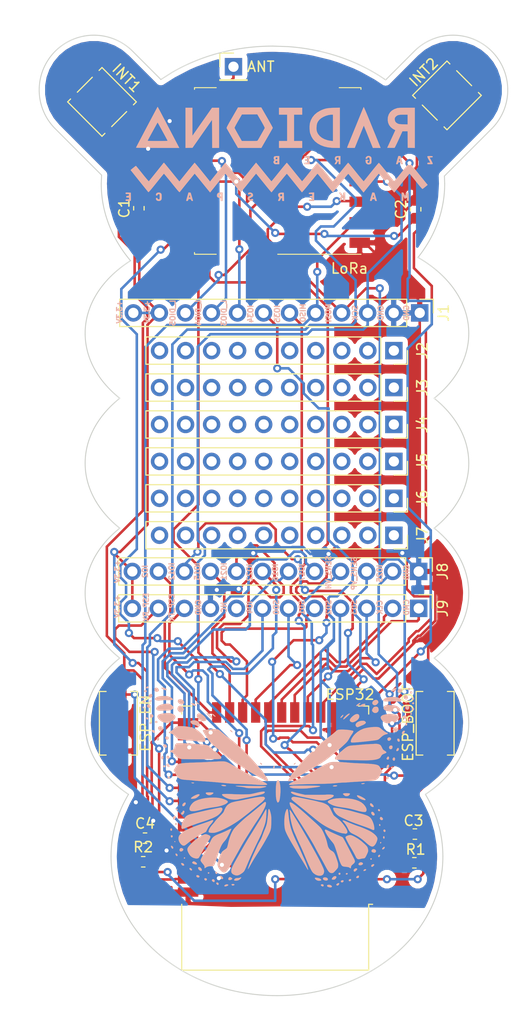
<source format=kicad_pcb>
(kicad_pcb (version 20171130) (host pcbnew 5.0.2+dfsg1-1~bpo9+1)
  (layers (0 F.Cu signal) (31 B.Cu signal) (34 B.Paste user) (35 F.Paste user) (36 B.SilkS user) (37 F.SilkS user) (38 B.Mask user) (39 F.Mask user) (44 Edge.Cuts user))
  (net 0 "")
  (net 1 "Net-(U1-Pad32)")
  (net 2 GND)
  (net 3 +3V3)
  (net 4 ESP_CMD)
  (net 5 ESP_CLK)
  (net 6 ESP_SD3)
  (net 7 ESP_SD2)
  (net 8 ESP_SD1)
  (net 9 ESP_SD0)
  (net 10 "Net-(J2-Pad10)")
  (net 11 "Net-(J2-Pad9)")
  (net 12 "Net-(J2-Pad8)")
  (net 13 "Net-(J2-Pad7)")
  (net 14 "Net-(J2-Pad6)")
  (net 15 "Net-(J2-Pad5)")
  (net 16 "Net-(J2-Pad4)")
  (net 17 "Net-(J2-Pad3)")
  (net 18 "Net-(J2-Pad2)")
  (net 19 "Net-(J2-Pad1)")
  (net 20 "Net-(J3-Pad1)")
  (net 21 "Net-(J3-Pad2)")
  (net 22 "Net-(J3-Pad3)")
  (net 23 "Net-(J3-Pad4)")
  (net 24 "Net-(J3-Pad5)")
  (net 25 "Net-(J3-Pad6)")
  (net 26 "Net-(J3-Pad7)")
  (net 27 "Net-(J3-Pad8)")
  (net 28 "Net-(J3-Pad9)")
  (net 29 "Net-(J3-Pad10)")
  (net 30 "Net-(J4-Pad10)")
  (net 31 "Net-(J4-Pad9)")
  (net 32 "Net-(J4-Pad8)")
  (net 33 "Net-(J4-Pad7)")
  (net 34 "Net-(J4-Pad6)")
  (net 35 "Net-(J4-Pad5)")
  (net 36 "Net-(J4-Pad4)")
  (net 37 "Net-(J4-Pad3)")
  (net 38 "Net-(J4-Pad2)")
  (net 39 "Net-(J4-Pad1)")
  (net 40 "Net-(J5-Pad1)")
  (net 41 "Net-(J5-Pad2)")
  (net 42 "Net-(J5-Pad3)")
  (net 43 "Net-(J5-Pad4)")
  (net 44 "Net-(J5-Pad5)")
  (net 45 "Net-(J5-Pad6)")
  (net 46 "Net-(J5-Pad7)")
  (net 47 "Net-(J5-Pad8)")
  (net 48 "Net-(J5-Pad9)")
  (net 49 "Net-(J5-Pad10)")
  (net 50 "Net-(J6-Pad1)")
  (net 51 "Net-(J6-Pad2)")
  (net 52 "Net-(J6-Pad3)")
  (net 53 "Net-(J6-Pad4)")
  (net 54 "Net-(J6-Pad5)")
  (net 55 "Net-(J6-Pad6)")
  (net 56 "Net-(J6-Pad7)")
  (net 57 "Net-(J6-Pad8)")
  (net 58 "Net-(J6-Pad9)")
  (net 59 "Net-(J6-Pad10)")
  (net 60 "Net-(J7-Pad10)")
  (net 61 "Net-(J7-Pad9)")
  (net 62 "Net-(J7-Pad8)")
  (net 63 "Net-(J7-Pad7)")
  (net 64 "Net-(J7-Pad6)")
  (net 65 "Net-(J7-Pad5)")
  (net 66 "Net-(J7-Pad4)")
  (net 67 "Net-(J7-Pad3)")
  (net 68 "Net-(J7-Pad2)")
  (net 69 "Net-(J7-Pad1)")
  (net 70 LoRa_DIO5)
  (net 71 LoRa_DIO4)
  (net 72 LoRa_DIO3)
  (net 73 ESP_IO34)
  (net 74 ESP_IO35)
  (net 75 LoRa_MISO)
  (net 76 LoRa_MOSI)
  (net 77 LoRa_SCK)
  (net 78 ESP_IO2)
  (net 79 ESP_IO12)
  (net 80 ESP_IO15)
  (net 81 ESP_IO21)
  (net 82 ESP_IO22)
  (net 83 ESP_IO16)
  (net 84 ESP_IO17)
  (net 85 ESP_SEND_VN)
  (net 86 ESP_SENS_VP)
  (net 87 ESP_IO25)
  (net 88 ESP_TX)
  (net 89 ESP_RX)
  (net 90 LoRa_ANT)
  (net 91 ESP_EN)
  (net 92 ESP_BOOT)
  (net 93 INT1)
  (net 94 INT2)
  (net 95 LoRa_DIO2)
  (net 96 LoRa_DIO1)
  (net 97 LoRa_DIO0)
  (net 98 LoRa_RST)
  (net 99 ESP_IO4)
  (net 100 LoRa_NSS)
  (net 101 "Net-(J1-Pad8)")
  (module Button_Switch_SMD:SW_SPST_EVQPE1 (layer F.Cu) (at 162 108.7 270)
    (fp_text reference ESP_EN (at 0 -2.65 270) (layer F.SilkS))
    (fp_text value SW_EN)
    (pad 1 smd rect (at -2.7 0 270) (size 2 1.6) (layers F.Cu F.Paste F.Mask) (net 91 ESP_EN))
    (pad 2 smd rect (at 2.7 0 270) (size 2 1.6) (layers F.Cu F.Paste F.Mask) (net 2 GND))
  )
  (module Button_Switch_SMD:SW_SPST_EVQPE1 (layer F.Cu) (at 192.9 108.7 90)
    (fp_text reference ESP_BOOT (at 0 -2.65 90) (layer F.SilkS))
    (fp_text value SW_BOOT)
    (pad 1 smd rect (at -2.7 0 90) (size 2 1.6) (layers F.Cu F.Paste F.Mask) (net 92 ESP_BOOT))
    (pad 2 smd rect (at 2.7 0 90) (size 2 1.6) (layers F.Cu F.Paste F.Mask) (net 2 GND))
  )
  (module Capacitor_SMD:C_0603_1608Metric_Pad1.05x0.95mm_HandSolder (layer F.Cu) (at 164 58.5 90)
    (fp_text reference C1 (at 0 -1.43 90) (layer F.SilkS))
    (fp_text value C)
    (pad 2 smd roundrect (at 0.875 0 90) (size 1.05 0.95) (layers F.Cu F.Paste F.Mask) (net 2 GND))
    (pad 1 smd roundrect (at -0.875 0 90) (size 1.05 0.95) (layers F.Cu F.Paste F.Mask) (net 3 +3V3))
  )
  (module Capacitor_SMD:C_0603_1608Metric_Pad1.05x0.95mm_HandSolder (layer F.Cu) (at 191 58.6 90)
    (fp_text reference C2 (at 0 -1.43 90) (layer F.SilkS))
    (fp_text value C)
    (pad 2 smd roundrect (at 0.875 0 90) (size 1.05 0.95) (layers F.Cu F.Paste F.Mask) (net 2 GND))
    (pad 1 smd roundrect (at -0.875 0 90) (size 1.05 0.95) (layers F.Cu F.Paste F.Mask) (net 3 +3V3))
  )
  (module Capacitor_SMD:C_0603_1608Metric_Pad1.05x0.95mm_HandSolder (layer F.Cu) (at 190.925 119.5 180)
    (fp_text reference C3 (at 0.125 1.3 180) (layer F.SilkS))
    (fp_text value C)
    (pad 1 smd roundrect (at -0.875 0 180) (size 1.05 0.95) (layers F.Cu F.Paste F.Mask) (net 3 +3V3))
    (pad 2 smd roundrect (at 0.875 0 180) (size 1.05 0.95) (layers F.Cu F.Paste F.Mask) (net 2 GND))
  )
  (module Capacitor_SMD:C_0603_1608Metric_Pad1.05x0.95mm_HandSolder (layer F.Cu) (at 164.6 119.9)
    (fp_text reference C4 (at 0 -1.43) (layer F.SilkS))
    (fp_text value C)
    (pad 1 smd roundrect (at -0.875 0) (size 1.05 0.95) (layers F.Cu F.Paste F.Mask) (net 3 +3V3))
    (pad 2 smd roundrect (at 0.875 0) (size 1.05 0.95) (layers F.Cu F.Paste F.Mask) (net 2 GND))
  )
  (module Connector_PinHeader_2.54mm:PinHeader_1x01_P2.54mm_Vertical (layer F.Cu) (at 173.228 44.704)
    (fp_text reference ANT (at 2.672 -0.004) (layer F.SilkS))
    (fp_text value ANT)
    (pad 1 thru_hole rect (at 0 0) (size 1.7 1.7) (drill 1) (layers *.Cu *.Mask) (net 90 LoRa_ANT))
  )
  (module Resistor_SMD:R_0603_1608Metric_Pad1.05x0.95mm_HandSolder (layer F.Cu) (at 190.875 122.3 180)
    (fp_text reference R1 (at -0.125 1.3 180) (layer F.SilkS))
    (fp_text value 10K)
    (pad 1 smd roundrect (at -0.875 0 180) (size 1.05 0.95) (layers F.Cu F.Paste F.Mask) (net 3 +3V3))
    (pad 2 smd roundrect (at 0.875 0 180) (size 1.05 0.95) (layers F.Cu F.Paste F.Mask) (net 91 ESP_EN))
  )
  (module Resistor_SMD:R_0603_1608Metric_Pad1.05x0.95mm_HandSolder (layer F.Cu) (at 164.425 122.2)
    (fp_text reference R2 (at 0 -1.43) (layer F.SilkS))
    (fp_text value 10K)
    (pad 2 smd roundrect (at 0.875 0) (size 1.05 0.95) (layers F.Cu F.Paste F.Mask) (net 92 ESP_BOOT))
    (pad 1 smd roundrect (at -0.875 0) (size 1.05 0.95) (layers F.Cu F.Paste F.Mask) (net 3 +3V3))
  )
  (module Button_Switch_SMD:SW_SPST_TL3305A (layer F.Cu) (at 160.401 48.133 135)
    (fp_text reference INT1 (at -0.046669 3.346029 135) (layer F.SilkS))
    (fp_text value SW_Push)
    (pad 1 smd rect (at 3.6 -1.5 135) (size 1.6 1.4) (layers F.Cu F.Paste F.Mask) (net 2 GND))
    (pad 1 smd rect (at -3.6 -1.5 135) (size 1.6 1.4) (layers F.Cu F.Paste F.Mask) (net 2 GND))
    (pad 2 smd rect (at 3.6 1.5 135) (size 1.6 1.4) (layers F.Cu F.Paste F.Mask) (net 93 INT1))
    (pad 2 smd rect (at -3.6 1.5 135) (size 1.6 1.4) (layers F.Cu F.Paste F.Mask) (net 93 INT1))
  )
  (module Button_Switch_SMD:SW_SPST_TL3305A (layer F.Cu) (at 194.056 47.498 45)
    (fp_text reference INT2 (at 0 -3.2 45) (layer F.SilkS))
    (fp_text value SW_Push)
    (pad 2 smd rect (at -3.6 1.5 45) (size 1.6 1.4) (layers F.Cu F.Paste F.Mask) (net 94 INT2))
    (pad 2 smd rect (at 3.6 1.5 45) (size 1.6 1.4) (layers F.Cu F.Paste F.Mask) (net 94 INT2))
    (pad 1 smd rect (at -3.6 -1.5 45) (size 1.6 1.4) (layers F.Cu F.Paste F.Mask) (net 2 GND))
    (pad 1 smd rect (at 3.6 -1.5 45) (size 1.6 1.4) (layers F.Cu F.Paste F.Mask) (net 2 GND))
  )
  (module RF_Module:ESP32-WROOM-32 (layer F.Cu) (at 177.3 116.9 180)
    (fp_text reference ESP32 (at -7.3 11 180) (layer F.SilkS))
    (fp_text value ESP32-WROOM-32)
    (pad 39 smd rect (at -1 -0.755 180) (size 5 5) (layers F.Cu F.Paste F.Mask))
    (pad 1 smd rect (at -8.5 -8.255 180) (size 2 0.9) (layers F.Cu F.Paste F.Mask) (net 2 GND))
    (pad 2 smd rect (at -8.5 -6.985 180) (size 2 0.9) (layers F.Cu F.Paste F.Mask) (net 3 +3V3))
    (pad 3 smd rect (at -8.5 -5.715 180) (size 2 0.9) (layers F.Cu F.Paste F.Mask) (net 91 ESP_EN))
    (pad 4 smd rect (at -8.5 -4.445 180) (size 2 0.9) (layers F.Cu F.Paste F.Mask) (net 86 ESP_SENS_VP))
    (pad 5 smd rect (at -8.5 -3.175 180) (size 2 0.9) (layers F.Cu F.Paste F.Mask) (net 85 ESP_SEND_VN))
    (pad 6 smd rect (at -8.5 -1.905 180) (size 2 0.9) (layers F.Cu F.Paste F.Mask) (net 73 ESP_IO34))
    (pad 7 smd rect (at -8.5 -0.635 180) (size 2 0.9) (layers F.Cu F.Paste F.Mask) (net 74 ESP_IO35))
    (pad 8 smd rect (at -8.5 0.635 180) (size 2 0.9) (layers F.Cu F.Paste F.Mask) (net 95 LoRa_DIO2))
    (pad 9 smd rect (at -8.5 1.905 180) (size 2 0.9) (layers F.Cu F.Paste F.Mask) (net 96 LoRa_DIO1))
    (pad 10 smd rect (at -8.5 3.175 180) (size 2 0.9) (layers F.Cu F.Paste F.Mask) (net 87 ESP_IO25))
    (pad 11 smd rect (at -8.5 4.445 180) (size 2 0.9) (layers F.Cu F.Paste F.Mask) (net 97 LoRa_DIO0))
    (pad 12 smd rect (at -8.5 5.715 180) (size 2 0.9) (layers F.Cu F.Paste F.Mask) (net 76 LoRa_MOSI))
    (pad 13 smd rect (at -8.5 6.985 180) (size 2 0.9) (layers F.Cu F.Paste F.Mask) (net 98 LoRa_RST))
    (pad 14 smd rect (at -8.5 8.255 180) (size 2 0.9) (layers F.Cu F.Paste F.Mask) (net 79 ESP_IO12))
    (pad 15 smd rect (at -5.715 9.255 270) (size 2 0.9) (layers F.Cu F.Paste F.Mask) (net 2 GND))
    (pad 16 smd rect (at -4.445 9.255 270) (size 2 0.9) (layers F.Cu F.Paste F.Mask) (net 94 INT2))
    (pad 17 smd rect (at -3.175 9.255 270) (size 2 0.9) (layers F.Cu F.Paste F.Mask) (net 7 ESP_SD2))
    (pad 18 smd rect (at -1.905 9.255 270) (size 2 0.9) (layers F.Cu F.Paste F.Mask) (net 6 ESP_SD3))
    (pad 19 smd rect (at -0.635 9.255 270) (size 2 0.9) (layers F.Cu F.Paste F.Mask) (net 4 ESP_CMD))
    (pad 20 smd rect (at 0.635 9.255 270) (size 2 0.9) (layers F.Cu F.Paste F.Mask) (net 5 ESP_CLK))
    (pad 21 smd rect (at 1.905 9.255 270) (size 2 0.9) (layers F.Cu F.Paste F.Mask) (net 9 ESP_SD0))
    (pad 22 smd rect (at 3.175 9.255 270) (size 2 0.9) (layers F.Cu F.Paste F.Mask) (net 8 ESP_SD1))
    (pad 23 smd rect (at 4.445 9.255 270) (size 2 0.9) (layers F.Cu F.Paste F.Mask) (net 80 ESP_IO15))
    (pad 24 smd rect (at 5.715 9.255 270) (size 2 0.9) (layers F.Cu F.Paste F.Mask) (net 78 ESP_IO2))
    (pad 25 smd rect (at 8.5 8.255 180) (size 2 0.9) (layers F.Cu F.Paste F.Mask) (net 92 ESP_BOOT))
    (pad 26 smd rect (at 8.5 6.985 180) (size 2 0.9) (layers F.Cu F.Paste F.Mask) (net 99 ESP_IO4))
    (pad 27 smd rect (at 8.5 5.715 180) (size 2 0.9) (layers F.Cu F.Paste F.Mask) (net 83 ESP_IO16))
    (pad 28 smd rect (at 8.5 4.445 180) (size 2 0.9) (layers F.Cu F.Paste F.Mask) (net 84 ESP_IO17))
    (pad 29 smd rect (at 8.5 3.175 180) (size 2 0.9) (layers F.Cu F.Paste F.Mask) (net 77 LoRa_SCK))
    (pad 30 smd rect (at 8.5 1.905 180) (size 2 0.9) (layers F.Cu F.Paste F.Mask) (net 100 LoRa_NSS))
    (pad 31 smd rect (at 8.5 0.635 180) (size 2 0.9) (layers F.Cu F.Paste F.Mask) (net 75 LoRa_MISO))
    (pad 32 smd rect (at 8.5 -0.635 180) (size 2 0.9) (layers F.Cu F.Paste F.Mask) (net 1 "Net-(U1-Pad32)"))
    (pad 33 smd rect (at 8.5 -1.905 180) (size 2 0.9) (layers F.Cu F.Paste F.Mask) (net 81 ESP_IO21))
    (pad 34 smd rect (at 8.5 -3.175 180) (size 2 0.9) (layers F.Cu F.Paste F.Mask) (net 89 ESP_RX))
    (pad 35 smd rect (at 8.5 -4.445 180) (size 2 0.9) (layers F.Cu F.Paste F.Mask) (net 88 ESP_TX))
    (pad 36 smd rect (at 8.5 -5.715 180) (size 2 0.9) (layers F.Cu F.Paste F.Mask) (net 82 ESP_IO22))
    (pad 37 smd rect (at 8.5 -6.985 180) (size 2 0.9) (layers F.Cu F.Paste F.Mask) (net 93 INT1))
    (pad 38 smd rect (at 8.5 -8.255 180) (size 2 0.9) (layers F.Cu F.Paste F.Mask) (net 2 GND))
  )
  (module RF_Module:HOPERF_RFM9XW_SMD (layer F.Cu) (at 177.546 54.864 180)
    (fp_text reference LoRa (at -7 -9.5 180) (layer F.SilkS))
    (fp_text value RFM95W-868S2)
    (pad 1 smd rect (at -8 -7 180) (size 2 1) (layers F.Cu F.Paste F.Mask) (net 2 GND))
    (pad 2 smd rect (at -8 -5 180) (size 2 1) (layers F.Cu F.Paste F.Mask) (net 75 LoRa_MISO))
    (pad 3 smd rect (at -8 -3 180) (size 2 1) (layers F.Cu F.Paste F.Mask) (net 76 LoRa_MOSI))
    (pad 4 smd rect (at -8 -1 180) (size 2 1) (layers F.Cu F.Paste F.Mask) (net 77 LoRa_SCK))
    (pad 5 smd rect (at -8 1 180) (size 2 1) (layers F.Cu F.Paste F.Mask) (net 100 LoRa_NSS))
    (pad 6 smd rect (at -8 3 180) (size 2 1) (layers F.Cu F.Paste F.Mask) (net 98 LoRa_RST))
    (pad 7 smd rect (at -8 5 180) (size 2 1) (layers F.Cu F.Paste F.Mask) (net 70 LoRa_DIO5))
    (pad 8 smd rect (at -8 7 180) (size 2 1) (layers F.Cu F.Paste F.Mask) (net 2 GND))
    (pad 9 smd rect (at 8 7 180) (size 2 1) (layers F.Cu F.Paste F.Mask) (net 90 LoRa_ANT))
    (pad 10 smd rect (at 8 5 180) (size 2 1) (layers F.Cu F.Paste F.Mask) (net 2 GND))
    (pad 11 smd rect (at 8 3 180) (size 2 1) (layers F.Cu F.Paste F.Mask) (net 72 LoRa_DIO3))
    (pad 12 smd rect (at 8 1 180) (size 2 1) (layers F.Cu F.Paste F.Mask) (net 71 LoRa_DIO4))
    (pad 13 smd rect (at 8 -1 180) (size 2 1) (layers F.Cu F.Paste F.Mask) (net 3 +3V3))
    (pad 14 smd rect (at 8 -3 180) (size 2 1) (layers F.Cu F.Paste F.Mask) (net 97 LoRa_DIO0))
    (pad 15 smd rect (at 8 -5 180) (size 2 1) (layers F.Cu F.Paste F.Mask) (net 96 LoRa_DIO1))
    (pad 16 smd rect (at 8 -7 180) (size 2 1) (layers F.Cu F.Paste F.Mask) (net 95 LoRa_DIO2))
  )
  (module Connector_PinHeader_2.54mm:PinHeader_1x12_P2.54mm_Vertical (layer F.Cu) (at 191.3 97.5 270)
    (fp_text reference J9 (at 0 -2.33 270) (layer F.SilkS))
    (fp_text value Conn_01x12 hide)
    (pad 1 thru_hole rect (at 0 0 270) (size 1.7 1.7) (drill 1) (layers *.Cu *.Mask) (net 4 ESP_CMD))
    (pad 2 thru_hole oval (at 0 2.54 270) (size 1.7 1.7) (drill 1) (layers *.Cu *.Mask) (net 5 ESP_CLK))
    (pad 3 thru_hole oval (at 0 5.08 270) (size 1.7 1.7) (drill 1) (layers *.Cu *.Mask) (net 6 ESP_SD3))
    (pad 4 thru_hole oval (at 0 7.62 270) (size 1.7 1.7) (drill 1) (layers *.Cu *.Mask) (net 7 ESP_SD2))
    (pad 5 thru_hole oval (at 0 10.16 270) (size 1.7 1.7) (drill 1) (layers *.Cu *.Mask) (net 8 ESP_SD1))
    (pad 6 thru_hole oval (at 0 12.7 270) (size 1.7 1.7) (drill 1) (layers *.Cu *.Mask) (net 9 ESP_SD0))
    (pad 7 thru_hole oval (at 0 15.24 270) (size 1.7 1.7) (drill 1) (layers *.Cu *.Mask) (net 99 ESP_IO4))
    (pad 8 thru_hole oval (at 0 17.78 270) (size 1.7 1.7) (drill 1) (layers *.Cu *.Mask) (net 101 "Net-(J1-Pad8)"))
    (pad 9 thru_hole oval (at 0 20.32 270) (size 1.7 1.7) (drill 1) (layers *.Cu *.Mask) (net 2 GND))
    (pad 10 thru_hole oval (at 0 22.86 270) (size 1.7 1.7) (drill 1) (layers *.Cu *.Mask) (net 88 ESP_TX))
    (pad 11 thru_hole oval (at 0 25.4 270) (size 1.7 1.7) (drill 1) (layers *.Cu *.Mask) (net 89 ESP_RX))
    (pad 12 thru_hole oval (at 0 27.94 270) (size 1.7 1.7) (drill 1) (layers *.Cu *.Mask) (net 3 +3V3))
  )
  (module Connector_PinSocket_2.54mm:PinSocket_1x10_P2.54mm_Vertical (layer F.Cu) (at 188.874999 72.375001 270)
    (fp_text reference J2 (at 0 -2.77 270) (layer F.SilkS))
    (fp_text value Conn_01x10 hide)
    (pad 10 thru_hole oval (at 0 22.86 270) (size 1.7 1.7) (drill 1) (layers *.Cu *.Mask) (net 10 "Net-(J2-Pad10)"))
    (pad 9 thru_hole oval (at 0 20.32 270) (size 1.7 1.7) (drill 1) (layers *.Cu *.Mask) (net 11 "Net-(J2-Pad9)"))
    (pad 8 thru_hole oval (at 0 17.78 270) (size 1.7 1.7) (drill 1) (layers *.Cu *.Mask) (net 12 "Net-(J2-Pad8)"))
    (pad 7 thru_hole oval (at 0 15.24 270) (size 1.7 1.7) (drill 1) (layers *.Cu *.Mask) (net 13 "Net-(J2-Pad7)"))
    (pad 6 thru_hole oval (at 0 12.7 270) (size 1.7 1.7) (drill 1) (layers *.Cu *.Mask) (net 14 "Net-(J2-Pad6)"))
    (pad 5 thru_hole oval (at 0 10.16 270) (size 1.7 1.7) (drill 1) (layers *.Cu *.Mask) (net 15 "Net-(J2-Pad5)"))
    (pad 4 thru_hole oval (at 0 7.62 270) (size 1.7 1.7) (drill 1) (layers *.Cu *.Mask) (net 16 "Net-(J2-Pad4)"))
    (pad 3 thru_hole oval (at 0 5.08 270) (size 1.7 1.7) (drill 1) (layers *.Cu *.Mask) (net 17 "Net-(J2-Pad3)"))
    (pad 2 thru_hole oval (at 0 2.54 270) (size 1.7 1.7) (drill 1) (layers *.Cu *.Mask) (net 18 "Net-(J2-Pad2)"))
    (pad 1 thru_hole rect (at 0 0 270) (size 1.7 1.7) (drill 1) (layers *.Cu *.Mask) (net 19 "Net-(J2-Pad1)"))
  )
  (module Connector_PinSocket_2.54mm:PinSocket_1x10_P2.54mm_Vertical (layer F.Cu) (at 188.874999 75.975001 270)
    (fp_text reference J3 (at 0 -2.77 270) (layer F.SilkS))
    (fp_text value Conn_01x10 hide)
    (pad 1 thru_hole rect (at 0 0 270) (size 1.7 1.7) (drill 1) (layers *.Cu *.Mask) (net 20 "Net-(J3-Pad1)"))
    (pad 2 thru_hole oval (at 0 2.54 270) (size 1.7 1.7) (drill 1) (layers *.Cu *.Mask) (net 21 "Net-(J3-Pad2)"))
    (pad 3 thru_hole oval (at 0 5.08 270) (size 1.7 1.7) (drill 1) (layers *.Cu *.Mask) (net 22 "Net-(J3-Pad3)"))
    (pad 4 thru_hole oval (at 0 7.62 270) (size 1.7 1.7) (drill 1) (layers *.Cu *.Mask) (net 23 "Net-(J3-Pad4)"))
    (pad 5 thru_hole oval (at 0 10.16 270) (size 1.7 1.7) (drill 1) (layers *.Cu *.Mask) (net 24 "Net-(J3-Pad5)"))
    (pad 6 thru_hole oval (at 0 12.7 270) (size 1.7 1.7) (drill 1) (layers *.Cu *.Mask) (net 25 "Net-(J3-Pad6)"))
    (pad 7 thru_hole oval (at 0 15.24 270) (size 1.7 1.7) (drill 1) (layers *.Cu *.Mask) (net 26 "Net-(J3-Pad7)"))
    (pad 8 thru_hole oval (at 0 17.78 270) (size 1.7 1.7) (drill 1) (layers *.Cu *.Mask) (net 27 "Net-(J3-Pad8)"))
    (pad 9 thru_hole oval (at 0 20.32 270) (size 1.7 1.7) (drill 1) (layers *.Cu *.Mask) (net 28 "Net-(J3-Pad9)"))
    (pad 10 thru_hole oval (at 0 22.86 270) (size 1.7 1.7) (drill 1) (layers *.Cu *.Mask) (net 29 "Net-(J3-Pad10)"))
  )
  (module Connector_PinSocket_2.54mm:PinSocket_1x10_P2.54mm_Vertical (layer F.Cu) (at 188.874999 79.575001 270)
    (fp_text reference J4 (at 0 -2.77 270) (layer F.SilkS))
    (fp_text value Conn_01x10 hide)
    (pad 10 thru_hole oval (at 0 22.86 270) (size 1.7 1.7) (drill 1) (layers *.Cu *.Mask) (net 30 "Net-(J4-Pad10)"))
    (pad 9 thru_hole oval (at 0 20.32 270) (size 1.7 1.7) (drill 1) (layers *.Cu *.Mask) (net 31 "Net-(J4-Pad9)"))
    (pad 8 thru_hole oval (at 0 17.78 270) (size 1.7 1.7) (drill 1) (layers *.Cu *.Mask) (net 32 "Net-(J4-Pad8)"))
    (pad 7 thru_hole oval (at 0 15.24 270) (size 1.7 1.7) (drill 1) (layers *.Cu *.Mask) (net 33 "Net-(J4-Pad7)"))
    (pad 6 thru_hole oval (at 0 12.7 270) (size 1.7 1.7) (drill 1) (layers *.Cu *.Mask) (net 34 "Net-(J4-Pad6)"))
    (pad 5 thru_hole oval (at 0 10.16 270) (size 1.7 1.7) (drill 1) (layers *.Cu *.Mask) (net 35 "Net-(J4-Pad5)"))
    (pad 4 thru_hole oval (at 0 7.62 270) (size 1.7 1.7) (drill 1) (layers *.Cu *.Mask) (net 36 "Net-(J4-Pad4)"))
    (pad 3 thru_hole oval (at 0 5.08 270) (size 1.7 1.7) (drill 1) (layers *.Cu *.Mask) (net 37 "Net-(J4-Pad3)"))
    (pad 2 thru_hole oval (at 0 2.54 270) (size 1.7 1.7) (drill 1) (layers *.Cu *.Mask) (net 38 "Net-(J4-Pad2)"))
    (pad 1 thru_hole rect (at 0 0 270) (size 1.7 1.7) (drill 1) (layers *.Cu *.Mask) (net 39 "Net-(J4-Pad1)"))
  )
  (module Connector_PinSocket_2.54mm:PinSocket_1x10_P2.54mm_Vertical (layer F.Cu) (at 188.874999 83.175001 270)
    (fp_text reference J5 (at 0 -2.77 270) (layer F.SilkS))
    (fp_text value Conn_01x10 hide)
    (pad 1 thru_hole rect (at 0 0 270) (size 1.7 1.7) (drill 1) (layers *.Cu *.Mask) (net 40 "Net-(J5-Pad1)"))
    (pad 2 thru_hole oval (at 0 2.54 270) (size 1.7 1.7) (drill 1) (layers *.Cu *.Mask) (net 41 "Net-(J5-Pad2)"))
    (pad 3 thru_hole oval (at 0 5.08 270) (size 1.7 1.7) (drill 1) (layers *.Cu *.Mask) (net 42 "Net-(J5-Pad3)"))
    (pad 4 thru_hole oval (at 0 7.62 270) (size 1.7 1.7) (drill 1) (layers *.Cu *.Mask) (net 43 "Net-(J5-Pad4)"))
    (pad 5 thru_hole oval (at 0 10.16 270) (size 1.7 1.7) (drill 1) (layers *.Cu *.Mask) (net 44 "Net-(J5-Pad5)"))
    (pad 6 thru_hole oval (at 0 12.7 270) (size 1.7 1.7) (drill 1) (layers *.Cu *.Mask) (net 45 "Net-(J5-Pad6)"))
    (pad 7 thru_hole oval (at 0 15.24 270) (size 1.7 1.7) (drill 1) (layers *.Cu *.Mask) (net 46 "Net-(J5-Pad7)"))
    (pad 8 thru_hole oval (at 0 17.78 270) (size 1.7 1.7) (drill 1) (layers *.Cu *.Mask) (net 47 "Net-(J5-Pad8)"))
    (pad 9 thru_hole oval (at 0 20.32 270) (size 1.7 1.7) (drill 1) (layers *.Cu *.Mask) (net 48 "Net-(J5-Pad9)"))
    (pad 10 thru_hole oval (at 0 22.86 270) (size 1.7 1.7) (drill 1) (layers *.Cu *.Mask) (net 49 "Net-(J5-Pad10)"))
  )
  (module Connector_PinSocket_2.54mm:PinSocket_1x10_P2.54mm_Vertical (layer F.Cu) (at 188.874999 86.775001 270)
    (fp_text reference J6 (at 0 -2.77 270) (layer F.SilkS))
    (fp_text value Conn_01x10 hide)
    (pad 10 thru_hole oval (at 0 22.86 270) (size 1.7 1.7) (drill 1) (layers *.Cu *.Mask) (net 59 "Net-(J6-Pad10)"))
    (pad 9 thru_hole oval (at 0 20.32 270) (size 1.7 1.7) (drill 1) (layers *.Cu *.Mask) (net 58 "Net-(J6-Pad9)"))
    (pad 8 thru_hole oval (at 0 17.78 270) (size 1.7 1.7) (drill 1) (layers *.Cu *.Mask) (net 57 "Net-(J6-Pad8)"))
    (pad 7 thru_hole oval (at 0 15.24 270) (size 1.7 1.7) (drill 1) (layers *.Cu *.Mask) (net 56 "Net-(J6-Pad7)"))
    (pad 6 thru_hole oval (at 0 12.7 270) (size 1.7 1.7) (drill 1) (layers *.Cu *.Mask) (net 55 "Net-(J6-Pad6)"))
    (pad 5 thru_hole oval (at 0 10.16 270) (size 1.7 1.7) (drill 1) (layers *.Cu *.Mask) (net 54 "Net-(J6-Pad5)"))
    (pad 4 thru_hole oval (at 0 7.62 270) (size 1.7 1.7) (drill 1) (layers *.Cu *.Mask) (net 53 "Net-(J6-Pad4)"))
    (pad 3 thru_hole oval (at 0 5.08 270) (size 1.7 1.7) (drill 1) (layers *.Cu *.Mask) (net 52 "Net-(J6-Pad3)"))
    (pad 2 thru_hole oval (at 0 2.54 270) (size 1.7 1.7) (drill 1) (layers *.Cu *.Mask) (net 51 "Net-(J6-Pad2)"))
    (pad 1 thru_hole rect (at 0 0 270) (size 1.7 1.7) (drill 1) (layers *.Cu *.Mask) (net 50 "Net-(J6-Pad1)"))
  )
  (module Connector_PinSocket_2.54mm:PinSocket_1x10_P2.54mm_Vertical (layer F.Cu) (at 188.874999 90.375001 270)
    (fp_text reference J7 (at 0 -2.77 270) (layer F.SilkS))
    (fp_text value Conn_01x10 hide)
    (pad 1 thru_hole rect (at 0 0 270) (size 1.7 1.7) (drill 1) (layers *.Cu *.Mask) (net 69 "Net-(J7-Pad1)"))
    (pad 2 thru_hole oval (at 0 2.54 270) (size 1.7 1.7) (drill 1) (layers *.Cu *.Mask) (net 68 "Net-(J7-Pad2)"))
    (pad 3 thru_hole oval (at 0 5.08 270) (size 1.7 1.7) (drill 1) (layers *.Cu *.Mask) (net 67 "Net-(J7-Pad3)"))
    (pad 4 thru_hole oval (at 0 7.62 270) (size 1.7 1.7) (drill 1) (layers *.Cu *.Mask) (net 66 "Net-(J7-Pad4)"))
    (pad 5 thru_hole oval (at 0 10.16 270) (size 1.7 1.7) (drill 1) (layers *.Cu *.Mask) (net 65 "Net-(J7-Pad5)"))
    (pad 6 thru_hole oval (at 0 12.7 270) (size 1.7 1.7) (drill 1) (layers *.Cu *.Mask) (net 64 "Net-(J7-Pad6)"))
    (pad 7 thru_hole oval (at 0 15.24 270) (size 1.7 1.7) (drill 1) (layers *.Cu *.Mask) (net 63 "Net-(J7-Pad7)"))
    (pad 8 thru_hole oval (at 0 17.78 270) (size 1.7 1.7) (drill 1) (layers *.Cu *.Mask) (net 62 "Net-(J7-Pad8)"))
    (pad 9 thru_hole oval (at 0 20.32 270) (size 1.7 1.7) (drill 1) (layers *.Cu *.Mask) (net 61 "Net-(J7-Pad9)"))
    (pad 10 thru_hole oval (at 0 22.86 270) (size 1.7 1.7) (drill 1) (layers *.Cu *.Mask) (net 60 "Net-(J7-Pad10)"))
  )
  (module Connector_PinHeader_2.54mm:PinHeader_1x12_P2.54mm_Vertical (layer F.Cu) (at 191.4 68.7 270)
    (fp_text reference J1 (at 0 -2.33 270) (layer F.SilkS))
    (fp_text value Conn_01x12 hide)
    (pad 12 thru_hole oval (at 0 27.94 270) (size 1.7 1.7) (drill 1) (layers *.Cu *.Mask) (net 3 +3V3))
    (pad 11 thru_hole oval (at 0 25.4 270) (size 1.7 1.7) (drill 1) (layers *.Cu *.Mask) (net 3 +3V3))
    (pad 10 thru_hole oval (at 0 22.86 270) (size 1.7 1.7) (drill 1) (layers *.Cu *.Mask) (net 70 LoRa_DIO5))
    (pad 9 thru_hole oval (at 0 20.32 270) (size 1.7 1.7) (drill 1) (layers *.Cu *.Mask) (net 71 LoRa_DIO4))
    (pad 8 thru_hole oval (at 0 17.78 270) (size 1.7 1.7) (drill 1) (layers *.Cu *.Mask) (net 72 LoRa_DIO3))
    (pad 7 thru_hole oval (at 0 15.24 270) (size 1.7 1.7) (drill 1) (layers *.Cu *.Mask) (net 73 ESP_IO34))
    (pad 6 thru_hole oval (at 0 12.7 270) (size 1.7 1.7) (drill 1) (layers *.Cu *.Mask) (net 74 ESP_IO35))
    (pad 5 thru_hole oval (at 0 10.16 270) (size 1.7 1.7) (drill 1) (layers *.Cu *.Mask) (net 75 LoRa_MISO))
    (pad 4 thru_hole oval (at 0 7.62 270) (size 1.7 1.7) (drill 1) (layers *.Cu *.Mask) (net 76 LoRa_MOSI))
    (pad 3 thru_hole oval (at 0 5.08 270) (size 1.7 1.7) (drill 1) (layers *.Cu *.Mask) (net 77 LoRa_SCK))
    (pad 2 thru_hole oval (at 0 2.54 270) (size 1.7 1.7) (drill 1) (layers *.Cu *.Mask) (net 2 GND))
    (pad 1 thru_hole rect (at 0 0 270) (size 1.7 1.7) (drill 1) (layers *.Cu *.Mask) (net 2 GND))
  )
  (module Connector_PinHeader_2.54mm:PinHeader_1x12_P2.54mm_Vertical (layer F.Cu) (at 191.3 93.9 270)
    (fp_text reference J8 (at 0 -2.33 270) (layer F.SilkS))
    (fp_text value Conn_01x12 hide)
    (pad 1 thru_hole rect (at 0 0 270) (size 1.7 1.7) (drill 1) (layers *.Cu *.Mask) (net 2 GND))
    (pad 2 thru_hole oval (at 0 2.54 270) (size 1.7 1.7) (drill 1) (layers *.Cu *.Mask) (net 87 ESP_IO25))
    (pad 3 thru_hole oval (at 0 5.08 270) (size 1.7 1.7) (drill 1) (layers *.Cu *.Mask) (net 86 ESP_SENS_VP))
    (pad 4 thru_hole oval (at 0 7.62 270) (size 1.7 1.7) (drill 1) (layers *.Cu *.Mask) (net 85 ESP_SEND_VN))
    (pad 5 thru_hole oval (at 0 10.16 270) (size 1.7 1.7) (drill 1) (layers *.Cu *.Mask) (net 84 ESP_IO17))
    (pad 6 thru_hole oval (at 0 12.7 270) (size 1.7 1.7) (drill 1) (layers *.Cu *.Mask) (net 83 ESP_IO16))
    (pad 7 thru_hole oval (at 0 15.24 270) (size 1.7 1.7) (drill 1) (layers *.Cu *.Mask) (net 82 ESP_IO22))
    (pad 8 thru_hole oval (at 0 17.78 270) (size 1.7 1.7) (drill 1) (layers *.Cu *.Mask) (net 81 ESP_IO21))
    (pad 9 thru_hole oval (at 0 20.32 270) (size 1.7 1.7) (drill 1) (layers *.Cu *.Mask) (net 80 ESP_IO15))
    (pad 10 thru_hole oval (at 0 22.86 270) (size 1.7 1.7) (drill 1) (layers *.Cu *.Mask) (net 79 ESP_IO12))
    (pad 11 thru_hole oval (at 0 25.4 270) (size 1.7 1.7) (drill 1) (layers *.Cu *.Mask) (net 78 ESP_IO2))
    (pad 12 thru_hole oval (at 0 27.94 270) (size 1.7 1.7) (drill 1) (layers *.Cu *.Mask) (net 3 +3V3))
  )
  (module libs:Radiona_30x9 (layer B.Cu) (at 177.7 53.2 180)
    (fp_text reference G*** hide)
    (fp_text value LOGO hide)
  )
  (module libs:Butterfly_27x20 (layer B.Cu) (at 177.6 114.9 180)
    (fp_text reference G*** hide)
    (fp_text value LOGO hide)
  )
  (gr_text GND (at 190.1 94 90) (layer B.SilkS) (effects (font (size 0.5 0.5) (thickness 0.125)) (justify mirror)))
  (gr_text IO25 (at 187.5 94.1 90) (layer B.SilkS) (effects (font (size 0.5 0.5) (thickness 0.125)) (justify mirror)))
  (gr_text SENS_VP (at 185 94.1 90) (layer B.SilkS) (effects (font (size 0.5 0.5) (thickness 0.125)) (justify mirror)))
  (gr_text SENS_VN (at 182.5 94 90) (layer B.SilkS) (effects (font (size 0.5 0.5) (thickness 0.125)) (justify mirror)))
  (gr_text IO17 (at 179.9 94 90) (layer B.SilkS) (effects (font (size 0.5 0.5) (thickness 0.125)) (justify mirror)))
  (gr_text IO16 (at 177.3 94 90) (layer B.SilkS) (effects (font (size 0.5 0.5) (thickness 0.125)) (justify mirror)))
  (gr_text IO22 (at 174.8 94 90) (layer B.SilkS) (effects (font (size 0.5 0.5) (thickness 0.125)) (justify mirror)))
  (gr_text IO21 (at 172.3 93.9 90) (layer B.SilkS) (effects (font (size 0.5 0.5) (thickness 0.125)) (justify mirror)))
  (gr_text IO15 (at 169.7 93.9 90) (layer B.SilkS) (effects (font (size 0.5 0.5) (thickness 0.125)) (justify mirror)))
  (gr_text IO12 (at 167.2 93.9 90) (layer B.SilkS) (effects (font (size 0.5 0.5) (thickness 0.125)) (justify mirror)))
  (gr_text IO2 (at 164.6 93.9 90) (layer B.SilkS) (effects (font (size 0.5 0.5) (thickness 0.125)) (justify mirror)))
  (gr_text CMD (at 190.1 97.4 90) (layer B.SilkS) (effects (font (size 0.5 0.5) (thickness 0.125)) (justify mirror)))
  (gr_text CLK (at 187.5 97.4 90) (layer B.SilkS) (effects (font (size 0.5 0.5) (thickness 0.125)) (justify mirror)))
  (gr_text SD3 (at 185 97.4 90) (layer B.SilkS) (effects (font (size 0.5 0.5) (thickness 0.125)) (justify mirror)))
  (gr_text SD2 (at 182.5 97.4 90) (layer B.SilkS) (effects (font (size 0.5 0.5) (thickness 0.125)) (justify mirror)))
  (gr_text SD1 (at 179.9 97.4 90) (layer B.SilkS) (effects (font (size 0.5 0.5) (thickness 0.125)) (justify mirror)))
  (gr_text SD0 (at 177.4 97.4 90) (layer B.SilkS) (effects (font (size 0.5 0.5) (thickness 0.125)) (justify mirror)))
  (gr_text IO4 (at 174.8 97.4 90) (layer B.SilkS) (effects (font (size 0.5 0.5) (thickness 0.125)) (justify mirror)))
  (gr_text NC (at 172.3 97.4 90) (layer B.SilkS) (effects (font (size 0.5 0.5) (thickness 0.125)) (justify mirror)))
  (gr_text GND (at 169.8 97.4 90) (layer B.SilkS) (effects (font (size 0.5 0.5) (thickness 0.125)) (justify mirror)))
  (gr_text ESP_TX (at 167.2 97.4 90) (layer B.SilkS) (effects (font (size 0.5 0.5) (thickness 0.125)) (justify mirror)))
  (gr_text ESP_RX (at 164.7 97.4 90) (layer B.SilkS) (effects (font (size 0.5 0.5) (thickness 0.125)) (justify mirror)))
  (gr_text +3.3V (at 161.9 97.3 90) (layer B.SilkS) (effects (font (size 0.5 0.5) (thickness 0.125)) (justify mirror)))
  (gr_text +3.3V (at 161.9 93.9 90) (layer B.SilkS) (effects (font (size 0.5 0.5) (thickness 0.125)) (justify mirror)))
  (gr_text GND (at 190.1 68.7 90) (layer B.SilkS) (effects (font (size 0.5 0.5) (thickness 0.125)) (justify mirror)))
  (gr_text GND (at 187.6 68.7 90) (layer B.SilkS) (effects (font (size 0.5 0.5) (thickness 0.125)) (justify mirror)))
  (gr_text SCK (at 185.1 68.7 90) (layer B.SilkS) (effects (font (size 0.5 0.5) (thickness 0.125)) (justify mirror)))
  (gr_text MOSI (at 182.5 68.7 90) (layer B.SilkS) (effects (font (size 0.5 0.5) (thickness 0.125)) (justify mirror)))
  (gr_text MISO (at 180 68.7 90) (layer B.SilkS) (effects (font (size 0.5 0.5) (thickness 0.125)) (justify mirror)))
  (gr_text IO35 (at 177.5 68.8 90) (layer B.SilkS) (effects (font (size 0.5 0.5) (thickness 0.125)) (justify mirror)))
  (gr_text IO34 (at 174.9 68.8 90) (layer B.SilkS) (effects (font (size 0.5 0.5) (thickness 0.125)) (justify mirror)))
  (gr_text L_DIO3 (at 172.3 68.7 90) (layer B.SilkS) (effects (font (size 0.5 0.5) (thickness 0.125)) (justify mirror)))
  (gr_text L_DIO4 (at 169.8 68.7 90) (layer B.SilkS) (effects (font (size 0.5 0.5) (thickness 0.125)) (justify mirror)))
  (gr_text L_DIO5 (at 167.3 68.7 90) (layer B.SilkS) (effects (font (size 0.5 0.5) (thickness 0.125)) (justify mirror)))
  (gr_text +3.3V (at 164.8 68.6 90) (layer B.SilkS) (effects (font (size 0.5 0.5) (thickness 0.125)) (justify mirror)))
  (gr_text +3.3V (at 162.1 68.6 90) (layer B.SilkS) (effects (font (size 0.5 0.5) (thickness 0.125)) (justify mirror)))
  (gr_arc (start 171.285132 56.109057) (end 160.326456 56.113158) (angle -19.68623934) (layer Edge.Cuts) (width 0.1))
  (gr_line (start 160.362656 55.271558) (end 160.326456 56.113158) (layer Edge.Cuts) (width 0.1))
  (gr_line (start 155.837156 50.746058) (end 160.362656 55.271558) (layer Edge.Cuts) (width 0.1))
  (gr_arc (start 159.61368 46.969908) (end 155.837156 43.193758) (angle -89.99432759) (layer Edge.Cuts) (width 0.1))
  (gr_arc (start 159.613156 46.970374) (end 163.389156 43.193758) (angle -89.99065535) (layer Edge.Cuts) (width 0.1))
  (gr_line (start 166.145956 45.950658) (end 163.389156 43.193758) (layer Edge.Cuts) (width 0.1))
  (gr_line (start 167.213456 45.271358) (end 166.145956 45.950658) (layer Edge.Cuts) (width 0.1))
  (gr_arc (start 176.295239 60.835052) (end 169.383556 44.193658) (angle -7.7099555) (layer Edge.Cuts) (width 0.1))
  (gr_arc (start 176.73513 61.924066) (end 171.757056 43.386758) (angle -7.488637163) (layer Edge.Cuts) (width 0.1))
  (gr_arc (start 176.9749 62.85765) (end 174.301056 42.877858) (angle -7.379285284) (layer Edge.Cuts) (width 0.1))
  (gr_arc (start 177.075748 63.672552) (end 177.080656 42.693558) (angle -7.613641121) (layer Edge.Cuts) (width 0.1))
  (gr_line (start 178.544056 42.744158) (end 177.080656 42.693558) (layer Edge.Cuts) (width 0.1))
  (gr_arc (start 177.137671 63.15355) (end 181.085856 43.080358) (angle -7.18548425) (layer Edge.Cuts) (width 0.1))
  (gr_arc (start 177.322641 62.272399) (end 183.568856 43.739158) (angle -7.53131652) (layer Edge.Cuts) (width 0.1))
  (gr_arc (start 177.688122 61.226928) (end 185.862956 44.686758) (angle -7.713875212) (layer Edge.Cuts) (width 0.1))
  (gr_arc (start 178.299056 60.030778) (end 188.073256 45.990958) (angle -8.603560065) (layer Edge.Cuts) (width 0.1))
  (gr_line (start 190.870356 43.193958) (end 188.073256 45.990958) (layer Edge.Cuts) (width 0.1))
  (gr_arc (start 194.646556 46.970406) (end 198.422756 43.193958) (angle -89.99623132) (layer Edge.Cuts) (width 0.1))
  (gr_arc (start 194.645936 46.969958) (end 198.422756 50.745958) (angle -89.98756357) (layer Edge.Cuts) (width 0.1))
  (gr_line (start 193.806656 55.361958) (end 198.422756 50.745958) (layer Edge.Cuts) (width 0.1))
  (gr_line (start 193.834156 56.113158) (end 193.806656 55.361958) (layer Edge.Cuts) (width 0.1))
  (gr_arc (start 182.975096 56.114759) (end 193.689856 57.879158) (angle -9.359422484) (layer Edge.Cuts) (width 0.1))
  (gr_arc (start 182.759874 56.069653) (end 193.230656 59.689258) (angle -9.669265129) (layer Edge.Cuts) (width 0.1))
  (gr_arc (start 182.109868 55.829583) (end 192.449956 61.455558) (angle -9.410049834) (layer Edge.Cuts) (width 0.1))
  (gr_arc (start 181.13462 55.274953) (end 191.230056 63.294858) (angle -9.819920309) (layer Edge.Cuts) (width 0.1))
  (gr_arc (start 185.158248 73.976368) (end 192.807256 64.361058) (angle -8.886679632) (layer Edge.Cuts) (width 0.1))
  (gr_arc (start 186.322875 72.554893) (end 194.123056 65.601958) (angle -9.929642051) (layer Edge.Cuts) (width 0.1))
  (gr_arc (start 187.550181 71.490702) (end 195.143256 66.993458) (angle -11.22016195) (layer Edge.Cuts) (width 0.1))
  (gr_arc (start 188.561919 70.906506) (end 195.789956 68.380358) (angle -11.47017328) (layer Edge.Cuts) (width 0.1))
  (gr_arc (start 189.202457 70.692845) (end 196.184056 70.688858) (angle -19.31048075) (layer Edge.Cuts) (width 0.1))
  (gr_arc (start 189.253182 70.689294) (end 196.144956 71.424458) (angle -6.092473123) (layer Edge.Cuts) (width 0.1))
  (gr_arc (start 189.105865 70.664077) (end 195.823456 72.900358) (angle -12.24722793) (layer Edge.Cuts) (width 0.1))
  (gr_arc (start 188.4496 70.423722) (end 195.170156 74.340558) (angle -11.66873451) (layer Edge.Cuts) (width 0.1))
  (gr_arc (start 187.425094 69.799137) (end 194.219756 75.667958) (angle -10.43268315) (layer Edge.Cuts) (width 0.1))
  (gr_arc (start 186.204766 68.707439) (end 192.806856 77.020158) (angle -10.57057584) (layer Edge.Cuts) (width 0.1))
  (gr_line (start 192.855856 77.059458) (end 192.806856 77.020158) (layer Edge.Cuts) (width 0.1))
  (gr_arc (start 186.359946 85.174995) (end 194.141356 78.282358) (angle -9.79125078) (layer Edge.Cuts) (width 0.1))
  (gr_arc (start 187.532803 84.162179) (end 195.111756 79.600958) (angle -10.61973766) (layer Edge.Cuts) (width 0.1))
  (gr_arc (start 188.532381 83.578468) (end 195.787256 81.033758) (angle -11.82597438) (layer Edge.Cuts) (width 0.1))
  (gr_arc (start 189.194164 83.35534) (end 196.184056 83.351658) (angle -19.36817934) (layer Edge.Cuts) (width 0.1))
  (gr_arc (start 189.251002 83.352078) (end 196.144956 84.087358) (angle -6.091381972) (layer Edge.Cuts) (width 0.1))
  (gr_arc (start 189.103813 83.326985) (end 195.823456 85.563558) (angle -12.246074) (layer Edge.Cuts) (width 0.1))
  (gr_arc (start 188.448509 83.086971) (end 195.170156 87.003958) (angle -11.66854983) (layer Edge.Cuts) (width 0.1))
  (gr_arc (start 187.423497 82.462209) (end 194.219656 88.331658) (angle -10.43282132) (layer Edge.Cuts) (width 0.1))
  (gr_arc (start 186.202823 81.370081) (end 192.806556 89.684158) (angle -10.57040064) (layer Edge.Cuts) (width 0.1))
  (gr_line (start 192.855556 89.723458) (end 192.806556 89.684158) (layer Edge.Cuts) (width 0.1))
  (gr_arc (start 186.362387 97.83675) (end 194.141156 90.946358) (angle -9.794924909) (layer Edge.Cuts) (width 0.1))
  (gr_arc (start 187.534953 96.825944) (end 195.111756 92.264858) (angle -10.62228677) (layer Edge.Cuts) (width 0.1))
  (gr_arc (start 188.532608 96.242083) (end 195.787256 93.697758) (angle -11.82717984) (layer Edge.Cuts) (width 0.1))
  (gr_arc (start 189.193285 96.01949) (end 196.184056 96.015858) (angle -19.36735807) (layer Edge.Cuts) (width 0.1))
  (gr_arc (start 189.252725 96.01627) (end 196.144956 96.751458) (angle -6.092070914) (layer Edge.Cuts) (width 0.1))
  (gr_arc (start 189.104464 95.990923) (end 195.823456 98.227458) (angle -12.24557704) (layer Edge.Cuts) (width 0.1))
  (gr_arc (start 188.447899 95.750789) (end 195.170256 99.667758) (angle -11.66665981) (layer Edge.Cuts) (width 0.1))
  (gr_arc (start 187.423487 95.12607) (end 194.219956 100.995258) (angle -10.43095878) (layer Edge.Cuts) (width 0.1))
  (gr_arc (start 186.203812 94.035124) (end 192.807256 102.347558) (angle -10.56954949) (layer Edge.Cuts) (width 0.1))
  (gr_line (start 192.856256 102.386858) (end 192.807256 102.347558) (layer Edge.Cuts) (width 0.1))
  (gr_arc (start 186.358944 110.501959) (end 194.141456 103.609758) (angle -9.789541771) (layer Edge.Cuts) (width 0.1))
  (gr_arc (start 187.532548 109.490531) (end 195.111856 104.928158) (angle -10.61760882) (layer Edge.Cuts) (width 0.1))
  (gr_arc (start 188.532059 108.905538) (end 195.787256 106.360858) (angle -11.82452318) (layer Edge.Cuts) (width 0.1))
  (gr_arc (start 189.196466 108.682046) (end 196.184056 108.678258) (angle -19.37052197) (layer Edge.Cuts) (width 0.1))
  (gr_arc (start 189.225062 108.676149) (end 196.002456 110.255558) (angle -13.10075853) (layer Edge.Cuts) (width 0.1))
  (gr_arc (start 188.799551 108.559568) (end 195.504456 111.690458) (angle -11.78098533) (layer Edge.Cuts) (width 0.1))
  (gr_arc (start 187.94013 108.135787) (end 194.716156 113.028658) (angle -10.66247267) (layer Edge.Cuts) (width 0.1))
  (gr_arc (start 186.801882 107.280437) (end 193.564856 114.347258) (angle -10.26731099) (layer Edge.Cuts) (width 0.1))
  (gr_arc (start 185.553876 105.936074) (end 191.955556 115.628458) (angle -10.15980523) (layer Edge.Cuts) (width 0.1))
  (gr_line (start 192.177856 116.016458) (end 191.955556 115.628458) (layer Edge.Cuts) (width 0.1))
  (gr_arc (start 181.512413 121.899219) (end 192.988556 117.817958) (angle -9.302990416) (layer Edge.Cuts) (width 0.1))
  (gr_arc (start 182.137417 121.687197) (end 193.657756 121.683158) (angle -19.60484743) (layer Edge.Cuts) (width 0.1))
  (gr_arc (start 182.130157 121.684684) (end 193.593656 122.898658) (angle -6.052624706) (layer Edge.Cuts) (width 0.1))
  (gr_arc (start 182.095282 121.674989) (end 193.196856 124.909958) (angle -10.17136826) (layer Edge.Cuts) (width 0.1))
  (gr_arc (start 181.64424 121.531363) (end 192.461456 126.810158) (angle -9.710641404) (layer Edge.Cuts) (width 0.1))
  (gr_arc (start 180.903409 121.152524) (end 191.414756 128.576058) (angle -9.149640729) (layer Edge.Cuts) (width 0.1))
  (gr_arc (start 180.047315 120.529597) (end 190.084256 130.184858) (angle -8.596786639) (layer Edge.Cuts) (width 0.1))
  (gr_arc (start 179.22993 119.722626) (end 188.497356 131.613358) (angle -8.12155253) (layer Edge.Cuts) (width 0.1))
  (gr_arc (start 178.552502 118.83346) (end 186.681656 132.838558) (angle -7.756061407) (layer Edge.Cuts) (width 0.1))
  (gr_arc (start 178.057741 117.961728) (end 184.664556 133.837558) (angle -7.505432631) (layer Edge.Cuts) (width 0.1))
  (gr_arc (start 177.739734 117.173245) (end 182.473456 134.587158) (angle -7.357672779) (layer Edge.Cuts) (width 0.1))
  (gr_arc (start 177.558506 116.478855) (end 180.135856 135.064458) (angle -7.290249877) (layer Edge.Cuts) (width 0.1))
  (gr_arc (start 177.474263 115.811221) (end 177.469956 135.247558) (angle -7.883455604) (layer Edge.Cuts) (width 0.1))
  (gr_line (start 177.052156 135.243158) (end 177.469956 135.247558) (layer Edge.Cuts) (width 0.1))
  (gr_arc (start 177.451333 115.993943) (end 174.604456 135.035658) (angle -7.315169729) (layer Edge.Cuts) (width 0.1))
  (gr_arc (start 177.346866 116.645839) (end 172.278056 134.534758) (angle -7.338217919) (layer Edge.Cuts) (width 0.1))
  (gr_arc (start 177.135541 117.361961) (end 170.100556 133.763458) (angle -7.421574845) (layer Edge.Cuts) (width 0.1))
  (gr_arc (start 176.776003 118.173082) (end 168.099156 132.744758) (angle -7.592581364) (layer Edge.Cuts) (width 0.1))
  (gr_arc (start 176.234619 119.0581) (end 166.301556 131.501758) (angle -7.870771575) (layer Edge.Cuts) (width 0.1))
  (gr_arc (start 175.516034 119.936689) (end 164.735056 130.057358) (angle -8.263330385) (layer Edge.Cuts) (width 0.1))
  (gr_arc (start 174.676943 120.705739) (end 163.427156 128.434658) (angle -8.757476027) (layer Edge.Cuts) (width 0.1))
  (gr_arc (start 173.835005 121.271058) (end 162.405356 126.656558) (angle -9.309983248) (layer Edge.Cuts) (width 0.1))
  (gr_arc (start 172.905795 121.672526) (end 161.282556 121.683158) (angle -25.33893738) (layer Edge.Cuts) (width 0.1))
  (gr_arc (start 172.7468 121.681976) (end 161.514256 119.388758) (angle -11.54474961) (layer Edge.Cuts) (width 0.1))
  (gr_arc (start 173.025114 121.749245) (end 162.054456 117.540158) (angle -9.401432258) (layer Edge.Cuts) (width 0.1))
  (gr_arc (start 173.688141 122.019307) (end 162.984756 115.628458) (angle -9.783385242) (layer Edge.Cuts) (width 0.1))
  (gr_arc (start 169.550183 105.704213) (end 162.002256 114.903358) (angle -5.882183942) (layer Edge.Cuts) (width 0.1))
  (gr_arc (start 168.516092 106.921022) (end 160.719056 113.655558) (angle -9.966312877) (layer Edge.Cuts) (width 0.1))
  (gr_arc (start 167.34767 107.908212) (end 159.795356 112.372858) (angle -10.33696034) (layer Edge.Cuts) (width 0.1))
  (gr_arc (start 166.388584 108.459473) (end 159.148956 110.983958) (angle -11.46723402) (layer Edge.Cuts) (width 0.1))
  (gr_arc (start 165.74401 108.674416) (end 158.756256 108.678258) (angle -19.26839531) (layer Edge.Cuts) (width 0.1))
  (gr_arc (start 165.68544 108.677832) (end 158.795356 107.942758) (angle -6.093133318) (layer Edge.Cuts) (width 0.1))
  (gr_arc (start 165.833531 108.703091) (end 159.116856 106.466958) (angle -12.24802463) (layer Edge.Cuts) (width 0.1))
  (gr_arc (start 166.489469 108.943574) (end 159.770156 105.026958) (angle -11.66916906) (layer Edge.Cuts) (width 0.1))
  (gr_arc (start 167.514356 109.568203) (end 160.720556 103.699658) (angle -10.43313231) (layer Edge.Cuts) (width 0.1))
  (gr_arc (start 168.734399 110.659594) (end 162.133456 102.347558) (angle -10.57144747) (layer Edge.Cuts) (width 0.1))
  (gr_line (start 162.084456 102.308258) (end 162.133456 102.347558) (layer Edge.Cuts) (width 0.1))
  (gr_arc (start 168.58209 94.192037) (end 160.798956 101.085158) (angle -9.79049146) (layer Edge.Cuts) (width 0.1))
  (gr_arc (start 167.408358 95.204713) (end 159.828556 99.766558) (angle -10.61847402) (layer Edge.Cuts) (width 0.1))
  (gr_arc (start 166.409134 95.788659) (end 159.153056 98.333658) (angle -11.82475235) (layer Edge.Cuts) (width 0.1))
  (gr_arc (start 165.745756 96.012143) (end 158.756256 96.015858) (angle -19.36845441) (layer Edge.Cuts) (width 0.1))
  (gr_arc (start 165.687849 96.01536) (end 158.795356 95.280158) (angle -6.092667171) (layer Edge.Cuts) (width 0.1))
  (gr_arc (start 165.835564 96.040783) (end 159.116956 93.803958) (angle -12.24781442) (layer Edge.Cuts) (width 0.1))
  (gr_arc (start 166.49074 96.28029) (end 159.770256 92.363658) (angle -11.66965707) (layer Edge.Cuts) (width 0.1))
  (gr_arc (start 167.514405 96.904937) (end 160.720756 91.036258) (angle -10.43405753) (layer Edge.Cuts) (width 0.1))
  (gr_arc (start 168.733695 97.995737) (end 162.133756 89.684158) (angle -10.57282062) (layer Edge.Cuts) (width 0.1))
  (gr_line (start 162.084756 89.644858) (end 162.133756 89.684158) (layer Edge.Cuts) (width 0.1))
  (gr_arc (start 168.585883 81.526093) (end 160.799256 88.421558) (angle -9.787320529) (layer Edge.Cuts) (width 0.1))
  (gr_arc (start 167.410907 82.539) (end 159.828656 87.102758) (angle -10.61658149) (layer Edge.Cuts) (width 0.1))
  (gr_arc (start 166.410033 83.12466) (end 159.153156 85.669758) (angle -11.82421497) (layer Edge.Cuts) (width 0.1))
  (gr_arc (start 165.746305 83.347865) (end 158.756256 83.351658) (angle -19.36951953) (layer Edge.Cuts) (width 0.1))
  (gr_arc (start 165.688671 83.351204) (end 158.795356 82.615958) (angle -6.091943968) (layer Edge.Cuts) (width 0.1))
  (gr_arc (start 165.834691 83.376241) (end 159.116856 81.139958) (angle -12.24762065) (layer Edge.Cuts) (width 0.1))
  (gr_arc (start 166.489663 83.616119) (end 159.770156 79.699758) (angle -11.67045874) (layer Edge.Cuts) (width 0.1))
  (gr_arc (start 167.513744 84.240635) (end 160.720656 78.372358) (angle -10.43485925) (layer Edge.Cuts) (width 0.1))
  (gr_arc (start 168.734227 85.332371) (end 162.133756 77.020158) (angle -10.5727606) (layer Edge.Cuts) (width 0.1))
  (gr_line (start 162.084756 76.980858) (end 162.133756 77.020158) (layer Edge.Cuts) (width 0.1))
  (gr_arc (start 168.581168 68.864721) (end 160.799156 75.757858) (angle -9.791293765) (layer Edge.Cuts) (width 0.1))
  (gr_arc (start 167.406929 69.877116) (end 159.828556 74.439358) (angle -10.61994956) (layer Edge.Cuts) (width 0.1))
  (gr_arc (start 166.407609 70.462) (end 159.153056 73.006558) (angle -11.82652016) (layer Edge.Cuts) (width 0.1))
  (gr_arc (start 165.744855 70.685197) (end 158.756256 70.688858) (angle -19.37015671) (layer Edge.Cuts) (width 0.1))
  (gr_arc (start 165.723625 70.693108) (end 158.978456 68.947558) (angle -14.47405242) (layer Edge.Cuts) (width 0.1))
  (gr_arc (start 166.224531 70.841816) (end 159.527656 67.488358) (angle -11.94908579) (layer Edge.Cuts) (width 0.1))
  (gr_arc (start 167.155326 71.333523) (end 160.378456 66.133458) (angle -10.74693373) (layer Edge.Cuts) (width 0.1))
  (gr_arc (start 168.312096 72.252518) (end 161.554756 64.854958) (angle -9.947404907) (layer Edge.Cuts) (width 0.1))
  (gr_arc (start 169.534972 73.628495) (end 163.184556 63.611958) (angle -9.914546504) (layer Edge.Cuts) (width 0.1))
  (gr_line (start 162.895256 63.256858) (end 163.184556 63.611958) (layer Edge.Cuts) (width 0.1))
  (gr_arc (start 172.844019 55.400367) (end 161.752856 61.539458) (angle -9.332932448) (layer Edge.Cuts) (width 0.1))
  (gr_arc (start 171.958 55.88) (end 160.968356 59.804558) (angle -9.359030243) (layer Edge.Cuts) (width 0.1))
  (segment (start 170.05 125.155) (end 185.8 125.155) (width 0.25) (layer F.Cu) (net 2))
  (segment (start 168.8 125.155) (end 170.05 125.155) (width 0.25) (layer F.Cu) (net 2))
  (segment (start 190.549072 119.999072) (end 190.05 119.5) (width 0.25) (layer F.Cu) (net 2))
  (segment (start 190.85001 120.30001) (end 190.549072 119.999072) (width 0.25) (layer F.Cu) (net 2))
  (segment (start 190.85001 122.7705) (end 190.85001 120.30001) (width 0.25) (layer F.Cu) (net 2))
  (segment (start 188.46551 125.155) (end 190.85001 122.7705) (width 0.25) (layer F.Cu) (net 2))
  (segment (start 185.8 125.155) (end 188.46551 125.155) (width 0.25) (layer F.Cu) (net 2))
  (segment (start 170.98 96.32) (end 171.6 95.7) (width 0.25) (layer F.Cu) (net 2))
  (via (at 171.6 95.7) (size 0.8) (drill 0.4) (layers F.Cu B.Cu) (net 2))
  (segment (start 170.98 97.5) (end 170.98 96.32) (width 0.25) (layer F.Cu) (net 2))
  (via (at 173.739042 95.599988) (size 0.8) (drill 0.4) (layers F.Cu B.Cu) (net 2))
  (segment (start 173.63903 95.7) (end 173.739042 95.599988) (width 0.25) (layer B.Cu) (net 2))
  (segment (start 171.6 95.7) (end 173.63903 95.7) (width 0.25) (layer B.Cu) (net 2))
  (segment (start 174.884999 92.382865) (end 175.154562 92.113302) (width 0.25) (layer F.Cu) (net 2))
  (segment (start 173.739042 95.599988) (end 174.884999 94.454031) (width 0.25) (layer F.Cu) (net 2))
  (via (at 175.154562 92.113302) (size 0.8) (drill 0.4) (layers F.Cu B.Cu) (net 2))
  (segment (start 174.884999 94.454031) (end 174.884999 92.382865) (width 0.25) (layer F.Cu) (net 2))
  (via (at 182.5 92.2) (size 0.8) (drill 0.4) (layers F.Cu B.Cu) (net 2))
  (via (at 189.7 92.1) (size 0.8) (drill 0.4) (layers F.Cu B.Cu) (net 2))
  (segment (start 189.6 92.2) (end 189.7 92.1) (width 0.25) (layer F.Cu) (net 2))
  (segment (start 182.5 92.2) (end 189.6 92.2) (width 0.25) (layer F.Cu) (net 2))
  (segment (start 189.7 92.3) (end 191.3 93.9) (width 0.25) (layer B.Cu) (net 2))
  (segment (start 189.7 92.1) (end 189.7 92.3) (width 0.25) (layer B.Cu) (net 2))
  (segment (start 184.009309 107.645) (end 183.715 107.645) (width 0.25) (layer F.Cu) (net 2))
  (segment (start 183.015 107.645) (end 184.009309 107.645) (width 0.25) (layer F.Cu) (net 2))
  (segment (start 183.715 107.645) (end 183.015 107.645) (width 0.25) (layer F.Cu) (net 2))
  (segment (start 189.330831 47.864) (end 190.449755 48.982924) (width 0.25) (layer F.Cu) (net 2))
  (segment (start 185.546 47.864) (end 189.330831 47.864) (width 0.25) (layer F.Cu) (net 2))
  (segment (start 191.08615 48.346529) (end 195.540924 43.891755) (width 0.25) (layer F.Cu) (net 2))
  (segment (start 190.449755 48.982924) (end 191.08615 48.346529) (width 0.25) (layer F.Cu) (net 2))
  (segment (start 163.939245 51.739245) (end 164.9 52.7) (width 0.25) (layer F.Cu) (net 2))
  (segment (start 161.885924 51.739245) (end 163.939245 51.739245) (width 0.25) (layer F.Cu) (net 2))
  (via (at 164.9 52.7) (size 0.8) (drill 0.4) (layers F.Cu B.Cu) (net 2))
  (segment (start 164.9 52.1) (end 167 50) (width 0.25) (layer B.Cu) (net 2))
  (via (at 167 50) (size 0.8) (drill 0.4) (layers F.Cu B.Cu) (net 2))
  (segment (start 164.9 52.7) (end 164.9 52.1) (width 0.25) (layer B.Cu) (net 2))
  (segment (start 169.41 50) (end 169.546 49.864) (width 0.25) (layer F.Cu) (net 2))
  (segment (start 167 50) (end 169.41 50) (width 0.25) (layer F.Cu) (net 2))
  (segment (start 164 53.853321) (end 161.885924 51.739245) (width 0.25) (layer F.Cu) (net 2))
  (segment (start 164 57.625) (end 164 53.853321) (width 0.25) (layer F.Cu) (net 2))
  (segment (start 186.046 61.864) (end 185.546 61.864) (width 0.25) (layer F.Cu) (net 2))
  (segment (start 188.86 64.678) (end 186.046 61.864) (width 0.25) (layer F.Cu) (net 2))
  (segment (start 188.86 68.7) (end 188.86 64.678) (width 0.25) (layer F.Cu) (net 2))
  (segment (start 186.861 61.864) (end 191 57.725) (width 0.25) (layer F.Cu) (net 2))
  (segment (start 185.546 61.864) (end 186.861 61.864) (width 0.25) (layer F.Cu) (net 2))
  (segment (start 170.046 49.864) (end 169.546 49.864) (width 0.25) (layer F.Cu) (net 2))
  (segment (start 185.546 47.864) (end 172.046 47.864) (width 0.25) (layer F.Cu) (net 2))
  (segment (start 172.046 47.864) (end 170.046 49.864) (width 0.25) (layer F.Cu) (net 2))
  (segment (start 185.927533 103.39112) (end 185.927529 103.39112) (width 0.25) (layer F.Cu) (net 2))
  (segment (start 184.374998 104.943651) (end 184.374998 107.279311) (width 0.25) (layer F.Cu) (net 2))
  (segment (start 186.877489 104.341076) (end 185.927533 103.39112) (width 0.25) (layer F.Cu) (net 2))
  (segment (start 187.313234 104.341075) (end 186.877489 104.341076) (width 0.25) (layer F.Cu) (net 2))
  (segment (start 184.374998 107.279311) (end 184.009309 107.645) (width 0.25) (layer F.Cu) (net 2))
  (segment (start 185.927529 103.39112) (end 184.374998 104.943651) (width 0.25) (layer F.Cu) (net 2))
  (segment (start 175.154562 92.113302) (end 175.715545 91.552319) (width 0.25) (layer B.Cu) (net 2))
  (segment (start 178.938266 91.552319) (end 178.965598 91.524987) (width 0.25) (layer B.Cu) (net 2))
  (segment (start 181.934315 92.2) (end 182.5 92.2) (width 0.25) (layer B.Cu) (net 2))
  (segment (start 180.034402 91.524987) (end 180.709415 92.2) (width 0.25) (layer B.Cu) (net 2))
  (segment (start 180.709415 92.2) (end 181.934315 92.2) (width 0.25) (layer B.Cu) (net 2))
  (segment (start 178.965598 91.524987) (end 180.034402 91.524987) (width 0.25) (layer B.Cu) (net 2))
  (segment (start 175.715545 91.552319) (end 178.938266 91.552319) (width 0.25) (layer B.Cu) (net 2))
  (segment (start 192.925012 94.425012) (end 192.4 93.9) (width 0.25) (layer F.Cu) (net 2))
  (segment (start 190.774998 100.946415) (end 190.774998 100.651998) (width 0.25) (layer F.Cu) (net 2))
  (segment (start 187.313234 104.341075) (end 187.380338 104.341075) (width 0.25) (layer F.Cu) (net 2))
  (segment (start 191.748002 100.674998) (end 191.051998 100.674998) (width 0.25) (layer F.Cu) (net 2))
  (segment (start 191.451998 100.174998) (end 192.925012 98.701984) (width 0.25) (layer F.Cu) (net 2))
  (segment (start 192.225002 101.151998) (end 191.748002 100.674998) (width 0.25) (layer F.Cu) (net 2))
  (segment (start 187.380338 104.341075) (end 190.774998 100.946415) (width 0.25) (layer F.Cu) (net 2))
  (segment (start 191.051998 100.674998) (end 187.385921 104.341075) (width 0.25) (layer F.Cu) (net 2))
  (segment (start 187.385921 104.341075) (end 187.313234 104.341075) (width 0.25) (layer F.Cu) (net 2))
  (segment (start 192.925012 98.701984) (end 192.925012 94.425012) (width 0.25) (layer F.Cu) (net 2))
  (segment (start 190.774998 100.651998) (end 191.251998 100.174998) (width 0.25) (layer F.Cu) (net 2))
  (segment (start 191.251998 100.174998) (end 191.451998 100.174998) (width 0.25) (layer F.Cu) (net 2))
  (segment (start 192.4 93.9) (end 191.3 93.9) (width 0.25) (layer F.Cu) (net 2))
  (segment (start 191 57.1) (end 191 57.725) (width 0.25) (layer F.Cu) (net 2))
  (segment (start 191 54.573002) (end 191 57.1) (width 0.25) (layer F.Cu) (net 2))
  (segment (start 191.125001 54.448001) (end 191 54.573002) (width 0.25) (layer F.Cu) (net 2))
  (segment (start 190.449755 48.982924) (end 191.125001 49.65817) (width 0.25) (layer F.Cu) (net 2))
  (segment (start 191.125001 49.65817) (end 191.125001 54.448001) (width 0.25) (layer F.Cu) (net 2))
  (segment (start 156.794755 46.648076) (end 161.885924 51.739245) (width 0.25) (layer F.Cu) (net 2))
  (segment (start 190.062081 68.7) (end 191.4 68.7) (width 0.25) (layer F.Cu) (net 2))
  (segment (start 188.86 68.7) (end 190.062081 68.7) (width 0.25) (layer F.Cu) (net 2))
  (segment (start 191.4 90.4) (end 189.7 92.1) (width 0.25) (layer F.Cu) (net 2))
  (segment (start 191.4 68.7) (end 191.4 90.4) (width 0.25) (layer F.Cu) (net 2))
  (segment (start 192.225002 104.075002) (end 192.225002 101.151998) (width 0.25) (layer F.Cu) (net 2))
  (segment (start 192.9 104.75) (end 192.225002 104.075002) (width 0.25) (layer F.Cu) (net 2))
  (segment (start 192.9 106) (end 192.9 104.75) (width 0.25) (layer F.Cu) (net 2))
  (segment (start 163.7 114.35) (end 163.7 116.4) (width 0.25) (layer F.Cu) (net 2))
  (segment (start 162 112.65) (end 163.7 114.35) (width 0.25) (layer F.Cu) (net 2))
  (segment (start 162 111.4) (end 162 112.65) (width 0.25) (layer F.Cu) (net 2))
  (via (at 163.7 116.4) (size 0.8) (drill 0.4) (layers F.Cu B.Cu) (net 2))
  (via (at 165.4 118.2) (size 0.8) (drill 0.4) (layers F.Cu B.Cu) (net 2))
  (segment (start 165.4 118.1) (end 165.4 118.2) (width 0.25) (layer B.Cu) (net 2))
  (segment (start 163.7 116.4) (end 165.4 118.1) (width 0.25) (layer B.Cu) (net 2))
  (segment (start 165.4 119.825) (end 165.475 119.9) (width 0.25) (layer F.Cu) (net 2))
  (segment (start 165.4 118.2) (end 165.4 119.825) (width 0.25) (layer F.Cu) (net 2))
  (via (at 166.7 121.1) (size 0.8) (drill 0.4) (layers F.Cu B.Cu) (net 2))
  (segment (start 165.5 119.9) (end 166.7 121.1) (width 0.25) (layer F.Cu) (net 2))
  (segment (start 165.475 119.9) (end 165.5 119.9) (width 0.25) (layer F.Cu) (net 2))
  (via (at 171.8 123.8) (size 0.8) (drill 0.4) (layers F.Cu B.Cu) (net 2))
  (segment (start 169.4 123.8) (end 171.8 123.8) (width 0.25) (layer B.Cu) (net 2))
  (segment (start 166.7 121.1) (end 169.4 123.8) (width 0.25) (layer B.Cu) (net 2))
  (segment (start 170.445 125.155) (end 168.8 125.155) (width 0.25) (layer F.Cu) (net 2))
  (segment (start 171.8 123.8) (end 170.445 125.155) (width 0.25) (layer F.Cu) (net 2))
  (segment (start 192.9 107.25) (end 192.9 106) (width 0.25) (layer F.Cu) (net 2))
  (segment (start 194.025001 112.660001) (end 194.025001 108.375001) (width 0.25) (layer F.Cu) (net 2))
  (segment (start 190.05 116.635002) (end 194.025001 112.660001) (width 0.25) (layer F.Cu) (net 2))
  (segment (start 194.025001 108.375001) (end 192.9 107.25) (width 0.25) (layer F.Cu) (net 2))
  (segment (start 190.05 119.5) (end 190.05 116.635002) (width 0.25) (layer F.Cu) (net 2))
  (segment (start 191.8 122.25) (end 191.75 122.3) (width 0.25) (layer F.Cu) (net 3))
  (segment (start 191.8 119.5) (end 191.8 122.25) (width 0.25) (layer F.Cu) (net 3))
  (segment (start 191.75 123.35) (end 191.2 123.9) (width 0.25) (layer F.Cu) (net 3))
  (via (at 191.2 123.9) (size 0.8) (drill 0.4) (layers F.Cu B.Cu) (net 3))
  (segment (start 191.75 122.3) (end 191.75 123.35) (width 0.25) (layer F.Cu) (net 3))
  (via (at 188.2 123.9) (size 0.8) (drill 0.4) (layers F.Cu B.Cu) (net 3))
  (segment (start 191.2 123.9) (end 188.2 123.9) (width 0.25) (layer B.Cu) (net 3))
  (segment (start 185.815 123.9) (end 185.8 123.885) (width 0.25) (layer F.Cu) (net 3))
  (segment (start 188.2 123.9) (end 185.815 123.9) (width 0.25) (layer F.Cu) (net 3))
  (via (at 177.3 123.9) (size 0.8) (drill 0.4) (layers F.Cu B.Cu) (net 3))
  (segment (start 177.315 123.885) (end 177.3 123.9) (width 0.25) (layer F.Cu) (net 3))
  (segment (start 185.8 123.885) (end 177.315 123.885) (width 0.25) (layer F.Cu) (net 3))
  (segment (start 177.3 123.9) (end 177.3 126) (width 0.25) (layer B.Cu) (net 3))
  (via (at 166.8 123.2) (size 0.8) (drill 0.4) (layers F.Cu B.Cu) (net 3))
  (segment (start 166.8 123.400002) (end 166.8 123.2) (width 0.25) (layer B.Cu) (net 3))
  (segment (start 169.399998 126) (end 166.8 123.400002) (width 0.25) (layer B.Cu) (net 3))
  (segment (start 177.3 126) (end 169.399998 126) (width 0.25) (layer B.Cu) (net 3))
  (segment (start 164.55 123.2) (end 163.55 122.2) (width 0.25) (layer F.Cu) (net 3))
  (segment (start 166.8 123.2) (end 164.55 123.2) (width 0.25) (layer F.Cu) (net 3))
  (segment (start 163.55 120.075) (end 163.725 119.9) (width 0.25) (layer F.Cu) (net 3))
  (segment (start 163.55 122.2) (end 163.55 120.075) (width 0.25) (layer F.Cu) (net 3))
  (segment (start 168.296 55.864) (end 164.785 59.375) (width 0.25) (layer F.Cu) (net 3))
  (segment (start 164.785 59.375) (end 164.575 59.375) (width 0.25) (layer F.Cu) (net 3))
  (segment (start 169.546 55.864) (end 168.296 55.864) (width 0.25) (layer F.Cu) (net 3))
  (segment (start 164.575 59.375) (end 164 59.375) (width 0.25) (layer F.Cu) (net 3))
  (segment (start 164 60) (end 164.038592 60.038592) (width 0.25) (layer F.Cu) (net 3))
  (segment (start 164.038592 60.038592) (end 164.038592 66.738592) (width 0.25) (layer F.Cu) (net 3))
  (segment (start 164.038592 66.738592) (end 165.150001 67.850001) (width 0.25) (layer F.Cu) (net 3))
  (segment (start 164 59.375) (end 164 60) (width 0.25) (layer F.Cu) (net 3))
  (segment (start 165.150001 67.850001) (end 166 68.7) (width 0.25) (layer F.Cu) (net 3))
  (segment (start 164.797919 68.7) (end 163.46 68.7) (width 0.25) (layer B.Cu) (net 3))
  (segment (start 166 68.7) (end 164.797919 68.7) (width 0.25) (layer B.Cu) (net 3))
  (via (at 188.9 61.2) (size 0.8) (drill 0.4) (layers F.Cu B.Cu) (net 3))
  (segment (start 189.275 61.2) (end 188.9 61.2) (width 0.25) (layer F.Cu) (net 3))
  (segment (start 191 59.475) (end 189.275 61.2) (width 0.25) (layer F.Cu) (net 3))
  (via (at 182.1 61) (size 0.8) (drill 0.4) (layers F.Cu B.Cu) (net 3))
  (segment (start 188.9 61.2) (end 182.3 61.2) (width 0.25) (layer B.Cu) (net 3))
  (segment (start 182.3 61.2) (end 182.1 61) (width 0.25) (layer B.Cu) (net 3))
  (segment (start 177.4 61) (end 177.3 60.9) (width 0.25) (layer F.Cu) (net 3))
  (via (at 177.3 60.9) (size 0.8) (drill 0.4) (layers F.Cu B.Cu) (net 3))
  (segment (start 182.1 61) (end 177.4 61) (width 0.25) (layer F.Cu) (net 3))
  (via (at 173.5 55.9) (size 0.8) (drill 0.4) (layers F.Cu B.Cu) (net 3))
  (segment (start 173.5 57.1) (end 173.5 55.9) (width 0.25) (layer B.Cu) (net 3))
  (segment (start 177.3 60.9) (end 173.5 57.1) (width 0.25) (layer B.Cu) (net 3))
  (segment (start 169.582 55.9) (end 169.546 55.864) (width 0.25) (layer F.Cu) (net 3))
  (segment (start 173.5 55.9) (end 169.582 55.9) (width 0.25) (layer F.Cu) (net 3))
  (via (at 161.6 92) (size 0.8) (drill 0.4) (layers F.Cu B.Cu) (net 3))
  (segment (start 165.150001 69.549999) (end 166 68.7) (width 0.25) (layer F.Cu) (net 3))
  (segment (start 162.165685 92) (end 164.839998 89.325687) (width 0.25) (layer F.Cu) (net 3))
  (segment (start 164.839998 69.860002) (end 165.150001 69.549999) (width 0.25) (layer F.Cu) (net 3))
  (segment (start 164.839998 89.325687) (end 164.839998 69.860002) (width 0.25) (layer F.Cu) (net 3))
  (segment (start 161.6 92) (end 162.165685 92) (width 0.25) (layer F.Cu) (net 3))
  (segment (start 163.36 93.9) (end 163.36 97.5) (width 0.25) (layer F.Cu) (net 3))
  (segment (start 161.6 92.14) (end 161.6 92) (width 0.25) (layer F.Cu) (net 3))
  (segment (start 163.36 93.9) (end 161.6 92.14) (width 0.25) (layer F.Cu) (net 3))
  (via (at 163.391688 102.824979) (size 0.8) (drill 0.4) (layers F.Cu B.Cu) (net 3))
  (segment (start 161.6 92) (end 161.6 101.033291) (width 0.25) (layer B.Cu) (net 3))
  (segment (start 161.6 101.033291) (end 162.991689 102.42498) (width 0.25) (layer B.Cu) (net 3))
  (segment (start 162.991689 102.42498) (end 163.391688 102.824979) (width 0.25) (layer B.Cu) (net 3))
  (segment (start 163.957373 102.824979) (end 163.391688 102.824979) (width 0.25) (layer F.Cu) (net 3))
  (segment (start 164.875013 116.934402) (end 164.875013 115.865598) (width 0.25) (layer F.Cu) (net 3))
  (segment (start 164.875013 115.865598) (end 164.800022 115.790607) (width 0.25) (layer F.Cu) (net 3))
  (segment (start 164.800022 115.790607) (end 164.800022 103.667628) (width 0.25) (layer F.Cu) (net 3))
  (segment (start 163.725 118.084415) (end 164.875013 116.934402) (width 0.25) (layer F.Cu) (net 3))
  (segment (start 164.800022 103.667628) (end 163.957373 102.824979) (width 0.25) (layer F.Cu) (net 3))
  (segment (start 163.725 119.9) (end 163.725 118.084415) (width 0.25) (layer F.Cu) (net 3))
  (segment (start 191.3 98.6) (end 191.3 97.5) (width 0.25) (layer F.Cu) (net 4))
  (segment (start 184.234402 103.175013) (end 188.659426 98.749989) (width 0.25) (layer F.Cu) (net 4))
  (segment (start 177.935 107.645) (end 177.935 106.395) (width 0.25) (layer F.Cu) (net 4))
  (segment (start 183.165598 103.175013) (end 184.234402 103.175013) (width 0.25) (layer F.Cu) (net 4))
  (segment (start 188.659426 98.749989) (end 191.150011 98.749989) (width 0.25) (layer F.Cu) (net 4))
  (segment (start 177.935 106.395) (end 181.895598 102.434402) (width 0.25) (layer F.Cu) (net 4))
  (segment (start 182.424987 102.434402) (end 183.165598 103.175013) (width 0.25) (layer F.Cu) (net 4))
  (segment (start 191.150011 98.749989) (end 191.3 98.6) (width 0.25) (layer F.Cu) (net 4))
  (segment (start 181.895598 102.434402) (end 182.424987 102.434402) (width 0.25) (layer F.Cu) (net 4))
  (segment (start 187.910001 98.863003) (end 187.910001 98.349999) (width 0.25) (layer F.Cu) (net 5))
  (segment (start 176.665 106.826572) (end 182.039574 101.451998) (width 0.25) (layer F.Cu) (net 5))
  (segment (start 176.665 107.645) (end 176.665 106.826572) (width 0.25) (layer F.Cu) (net 5))
  (segment (start 183.351998 102.725002) (end 184.048002 102.725002) (width 0.25) (layer F.Cu) (net 5))
  (segment (start 182.078994 101.451998) (end 183.351998 102.725002) (width 0.25) (layer F.Cu) (net 5))
  (segment (start 184.048002 102.725002) (end 187.910001 98.863003) (width 0.25) (layer F.Cu) (net 5))
  (segment (start 182.039574 101.451998) (end 182.078994 101.451998) (width 0.25) (layer F.Cu) (net 5))
  (segment (start 187.910001 98.349999) (end 188.76 97.5) (width 0.25) (layer F.Cu) (net 5))
  (segment (start 186.22 101.876666) (end 186.699968 102.356634) (width 0.25) (layer B.Cu) (net 6))
  (segment (start 186.699968 102.356634) (end 187.099967 102.756633) (width 0.25) (layer B.Cu) (net 6))
  (via (at 187.099967 102.756633) (size 0.8) (drill 0.4) (layers F.Cu B.Cu) (net 6))
  (segment (start 186.22 97.5) (end 186.22 101.876666) (width 0.25) (layer B.Cu) (net 6))
  (segment (start 179.205 105.93982) (end 182.249497 102.895323) (width 0.25) (layer F.Cu) (net 6))
  (segment (start 185.689192 102.356634) (end 186.699968 102.356634) (width 0.25) (layer F.Cu) (net 6))
  (segment (start 179.205 107.645) (end 179.205 105.93982) (width 0.25) (layer F.Cu) (net 6))
  (segment (start 186.699968 102.356634) (end 187.099967 102.756633) (width 0.25) (layer F.Cu) (net 6))
  (segment (start 184.420802 103.625024) (end 185.689192 102.356634) (width 0.25) (layer F.Cu) (net 6))
  (segment (start 182.979198 103.625024) (end 184.420802 103.625024) (width 0.25) (layer F.Cu) (net 6))
  (segment (start 182.249497 102.895323) (end 182.979198 103.625024) (width 0.25) (layer F.Cu) (net 6))
  (via (at 182.460776 104.131921) (size 0.8) (drill 0.4) (layers F.Cu B.Cu) (net 7))
  (segment (start 180.475 106.117697) (end 182.060777 104.53192) (width 0.25) (layer F.Cu) (net 7))
  (segment (start 182.860775 103.731922) (end 182.460776 104.131921) (width 0.25) (layer B.Cu) (net 7))
  (segment (start 180.475 107.645) (end 180.475 106.117697) (width 0.25) (layer F.Cu) (net 7))
  (segment (start 183.68 97.5) (end 183.61221 97.56779) (width 0.25) (layer B.Cu) (net 7))
  (segment (start 183.61221 102.980487) (end 182.860775 103.731922) (width 0.25) (layer B.Cu) (net 7))
  (segment (start 182.060777 104.53192) (end 182.460776 104.131921) (width 0.25) (layer F.Cu) (net 7))
  (segment (start 183.61221 97.56779) (end 183.61221 102.980487) (width 0.25) (layer B.Cu) (net 7))
  (segment (start 172.451998 99.474998) (end 180.163786 99.474998) (width 0.25) (layer F.Cu) (net 8))
  (segment (start 172.074998 100.648002) (end 172.074998 99.851998) (width 0.25) (layer F.Cu) (net 8))
  (segment (start 174.125 106.395) (end 174.543295 105.976705) (width 0.25) (layer F.Cu) (net 8))
  (segment (start 172.451998 101.025002) (end 172.074998 100.648002) (width 0.25) (layer F.Cu) (net 8))
  (segment (start 180.163786 99.474998) (end 180.342589 99.296195) (width 0.25) (layer F.Cu) (net 8))
  (segment (start 180.342589 99.296195) (end 180.342589 98.297411) (width 0.25) (layer F.Cu) (net 8))
  (segment (start 180.342589 98.297411) (end 181.14 97.5) (width 0.25) (layer F.Cu) (net 8))
  (segment (start 172.074998 99.851998) (end 172.451998 99.474998) (width 0.25) (layer F.Cu) (net 8))
  (segment (start 172.888592 101.025002) (end 172.451998 101.025002) (width 0.25) (layer F.Cu) (net 8))
  (segment (start 174.543295 105.976705) (end 174.543295 102.679705) (width 0.25) (layer F.Cu) (net 8))
  (segment (start 174.543295 102.679705) (end 172.888592 101.025002) (width 0.25) (layer F.Cu) (net 8))
  (segment (start 174.125 107.645) (end 174.125 106.395) (width 0.25) (layer F.Cu) (net 8))
  (segment (start 178.6 97.5) (end 178.6 102.188091) (width 0.25) (layer B.Cu) (net 9))
  (segment (start 175.395 106.395) (end 178.764989 103.025011) (width 0.25) (layer F.Cu) (net 9))
  (segment (start 178.6 102.188091) (end 179.036921 102.625012) (width 0.25) (layer B.Cu) (net 9))
  (segment (start 175.395 107.645) (end 175.395 106.395) (width 0.25) (layer F.Cu) (net 9))
  (segment (start 178.871235 103.025011) (end 179.43692 103.025011) (width 0.25) (layer F.Cu) (net 9))
  (segment (start 179.036921 102.625012) (end 179.43692 103.025011) (width 0.25) (layer B.Cu) (net 9))
  (segment (start 178.764989 103.025011) (end 178.871235 103.025011) (width 0.25) (layer F.Cu) (net 9))
  (via (at 179.43692 103.025011) (size 0.8) (drill 0.4) (layers F.Cu B.Cu) (net 9))
  (via (at 171.77499 65) (size 0.8) (drill 0.4) (layers F.Cu B.Cu) (net 70))
  (segment (start 168.54 68.7) (end 171.77499 65.46501) (width 0.25) (layer B.Cu) (net 70))
  (segment (start 171.77499 65.46501) (end 171.77499 65) (width 0.25) (layer B.Cu) (net 70))
  (segment (start 185.546 49.864) (end 183.662998 49.864) (width 0.25) (layer F.Cu) (net 70))
  (segment (start 172.340675 65) (end 171.77499 65) (width 0.25) (layer F.Cu) (net 70))
  (segment (start 174.875013 62.465662) (end 172.340675 65) (width 0.25) (layer F.Cu) (net 70))
  (segment (start 174.875013 58.651985) (end 174.875013 62.465662) (width 0.25) (layer F.Cu) (net 70))
  (segment (start 183.662998 49.864) (end 174.875013 58.651985) (width 0.25) (layer F.Cu) (net 70))
  (via (at 172.1 53.9) (size 0.8) (drill 0.4) (layers F.Cu B.Cu) (net 71))
  (segment (start 172.064 53.864) (end 172.1 53.9) (width 0.25) (layer F.Cu) (net 71))
  (segment (start 169.546 53.864) (end 172.064 53.864) (width 0.25) (layer F.Cu) (net 71))
  (segment (start 172.1 54.465685) (end 172.5 54.865685) (width 0.25) (layer B.Cu) (net 71))
  (segment (start 172.1 53.9) (end 172.1 54.465685) (width 0.25) (layer B.Cu) (net 71))
  (segment (start 172.5 67.28) (end 171.08 68.7) (width 0.25) (layer B.Cu) (net 71))
  (segment (start 172.5 54.865685) (end 172.5 67.28) (width 0.25) (layer B.Cu) (net 71))
  (segment (start 174.225001 56.248001) (end 173.8 56.673002) (width 0.25) (layer F.Cu) (net 72))
  (segment (start 174.225001 55.551999) (end 174.225001 56.248001) (width 0.25) (layer F.Cu) (net 72))
  (segment (start 173.712001 55.038999) (end 174.225001 55.551999) (width 0.25) (layer F.Cu) (net 72))
  (segment (start 168.220999 55.103999) (end 168.285999 55.038999) (width 0.25) (layer F.Cu) (net 72))
  (segment (start 168.285999 55.038999) (end 173.712001 55.038999) (width 0.25) (layer F.Cu) (net 72))
  (via (at 173.8 62.5) (size 0.8) (drill 0.4) (layers F.Cu B.Cu) (net 72))
  (segment (start 168.220999 53.189001) (end 168.220999 55.103999) (width 0.25) (layer F.Cu) (net 72))
  (segment (start 173.8 56.673002) (end 173.8 62.5) (width 0.25) (layer F.Cu) (net 72))
  (segment (start 169.546 51.864) (end 168.220999 53.189001) (width 0.25) (layer F.Cu) (net 72))
  (segment (start 173.8 68.52) (end 173.62 68.7) (width 0.25) (layer B.Cu) (net 72))
  (segment (start 173.8 62.5) (end 173.8 68.52) (width 0.25) (layer B.Cu) (net 72))
  (via (at 177.5 74.1) (size 0.8) (drill 0.4) (layers F.Cu B.Cu) (net 73))
  (segment (start 177.5 70.04) (end 176.16 68.7) (width 0.25) (layer F.Cu) (net 73))
  (segment (start 177.5 74.1) (end 177.5 70.04) (width 0.25) (layer F.Cu) (net 73))
  (segment (start 182.504999 98.064001) (end 182.9 98.459002) (width 0.25) (layer B.Cu) (net 73))
  (segment (start 182.575012 100.934401) (end 182.500001 101.009412) (width 0.25) (layer B.Cu) (net 73))
  (segment (start 183.025002 98.584004) (end 182.925002 98.484004) (width 0.25) (layer B.Cu) (net 73))
  (segment (start 182.500001 101.009412) (end 182.925002 100.584411) (width 0.25) (layer B.Cu) (net 73))
  (segment (start 183.025002 100.484411) (end 182.925002 100.584411) (width 0.25) (layer B.Cu) (net 73))
  (segment (start 182.575012 100.934401) (end 182.925002 100.584411) (width 0.25) (layer B.Cu) (net 73))
  (segment (start 183.025002 100.484411) (end 183.025002 98.584004) (width 0.25) (layer B.Cu) (net 73))
  (segment (start 182.925002 98.484004) (end 182.504999 98.064001) (width 0.25) (layer B.Cu) (net 73))
  (segment (start 182.9 98.459002) (end 182.925002 98.484004) (width 0.25) (layer B.Cu) (net 73))
  (segment (start 183.348002 91.474998) (end 184.855001 92.981997) (width 0.25) (layer B.Cu) (net 73))
  (segment (start 183.348001 96.325001) (end 182.651999 96.325001) (width 0.25) (layer B.Cu) (net 73))
  (segment (start 182.504999 78.004999) (end 182.504999 90.824003) (width 0.25) (layer B.Cu) (net 73))
  (segment (start 182.500001 98.026984) (end 183.025002 98.551985) (width 0.25) (layer B.Cu) (net 73))
  (segment (start 181.735774 103.783919) (end 181.735774 104.479923) (width 0.25) (layer B.Cu) (net 73))
  (segment (start 183.025002 98.551985) (end 183.025002 100.484411) (width 0.25) (layer B.Cu) (net 73))
  (segment (start 177.5 74.1) (end 178.6 74.1) (width 0.25) (layer B.Cu) (net 73))
  (segment (start 184.855001 94.818001) (end 183.348001 96.325001) (width 0.25) (layer B.Cu) (net 73))
  (segment (start 182.424988 101.084425) (end 182.500001 101.009412) (width 0.25) (layer B.Cu) (net 73))
  (segment (start 182.500001 111.100001) (end 182.500001 105.24415) (width 0.25) (layer B.Cu) (net 73))
  (segment (start 180.079998 76.539002) (end 181.545995 78.004999) (width 0.25) (layer B.Cu) (net 73))
  (segment (start 182.500001 105.24415) (end 181.735774 104.479923) (width 0.25) (layer B.Cu) (net 73))
  (segment (start 182.651999 96.325001) (end 182.500001 96.476999) (width 0.25) (layer B.Cu) (net 73))
  (segment (start 182.474976 103.365846) (end 182.153847 103.365846) (width 0.25) (layer B.Cu) (net 73))
  (segment (start 184.855001 92.981997) (end 184.855001 94.818001) (width 0.25) (layer B.Cu) (net 73))
  (segment (start 183.025002 100.665585) (end 182.424988 101.265599) (width 0.25) (layer B.Cu) (net 73))
  (segment (start 182.424988 103.315858) (end 182.474976 103.365846) (width 0.25) (layer B.Cu) (net 73))
  (segment (start 182.504999 90.824003) (end 183.155994 91.474998) (width 0.25) (layer B.Cu) (net 73))
  (segment (start 182.500001 96.476999) (end 182.500001 98.026984) (width 0.25) (layer B.Cu) (net 73))
  (segment (start 178.6 74.1) (end 180.079998 75.579998) (width 0.25) (layer B.Cu) (net 73))
  (segment (start 182.424988 103.315858) (end 182.424988 101.084425) (width 0.25) (layer B.Cu) (net 73))
  (segment (start 182.9 111.5) (end 182.500001 111.100001) (width 0.25) (layer B.Cu) (net 73))
  (segment (start 183.025002 98.584004) (end 183.025002 100.665585) (width 0.25) (layer B.Cu) (net 73))
  (segment (start 183.155994 91.474998) (end 183.348002 91.474998) (width 0.25) (layer B.Cu) (net 73))
  (segment (start 180.079998 75.579998) (end 180.079998 76.539002) (width 0.25) (layer B.Cu) (net 73))
  (segment (start 182.424988 101.265599) (end 182.424988 103.315858) (width 0.25) (layer B.Cu) (net 73))
  (segment (start 181.545995 78.004999) (end 182.504999 78.004999) (width 0.25) (layer B.Cu) (net 73))
  (segment (start 182.153847 103.365846) (end 181.735774 103.783919) (width 0.25) (layer B.Cu) (net 73))
  (via (at 182.605793 110.824978) (size 0.8) (drill 0.4) (layers F.Cu B.Cu) (net 73))
  (segment (start 182.205794 110.424979) (end 182.605793 110.824978) (width 0.25) (layer B.Cu) (net 73))
  (segment (start 181.880792 110.099977) (end 182.205794 110.424979) (width 0.25) (layer F.Cu) (net 73))
  (segment (start 181.735774 101.773639) (end 181.735774 109.954959) (width 0.25) (layer B.Cu) (net 73))
  (segment (start 179.993623 114.379988) (end 176.374998 110.761363) (width 0.25) (layer F.Cu) (net 73))
  (segment (start 181.735774 109.954959) (end 182.205794 110.424979) (width 0.25) (layer B.Cu) (net 73))
  (segment (start 182.605793 105.349942) (end 182.605793 110.259293) (width 0.25) (layer B.Cu) (net 73))
  (segment (start 180.458912 110.099977) (end 181.880792 110.099977) (width 0.25) (layer F.Cu) (net 73))
  (segment (start 176.374998 109.651998) (end 176.606984 109.420012) (width 0.25) (layer F.Cu) (net 73))
  (segment (start 181.735774 104.479923) (end 182.605793 105.349942) (width 0.25) (layer B.Cu) (net 73))
  (segment (start 182.605793 110.259293) (end 182.605793 110.824978) (width 0.25) (layer B.Cu) (net 73))
  (segment (start 184.55 118.805) (end 181.575012 115.830012) (width 0.25) (layer F.Cu) (net 73))
  (segment (start 181.575012 114.745847) (end 181.209152 114.379988) (width 0.25) (layer F.Cu) (net 73))
  (segment (start 176.606984 109.420012) (end 179.778947 109.420012) (width 0.25) (layer F.Cu) (net 73))
  (segment (start 182.500001 101.009412) (end 181.735774 101.773639) (width 0.25) (layer B.Cu) (net 73))
  (segment (start 179.778947 109.420012) (end 180.458912 110.099977) (width 0.25) (layer F.Cu) (net 73))
  (segment (start 181.575012 115.830012) (end 181.575012 114.745847) (width 0.25) (layer F.Cu) (net 73))
  (segment (start 176.374998 110.761363) (end 176.374998 109.651998) (width 0.25) (layer F.Cu) (net 73))
  (segment (start 182.205794 110.424979) (end 182.605793 110.824978) (width 0.25) (layer F.Cu) (net 73))
  (segment (start 185.8 118.805) (end 184.55 118.805) (width 0.25) (layer F.Cu) (net 73))
  (segment (start 181.209152 114.379988) (end 179.993623 114.379988) (width 0.25) (layer F.Cu) (net 73))
  (via (at 179.6 98.7) (size 0.8) (drill 0.4) (layers F.Cu B.Cu) (net 74))
  (segment (start 179.89 92.016998) (end 179.89 69.89) (width 0.25) (layer F.Cu) (net 74))
  (segment (start 179.89 69.89) (end 179.549999 69.549999) (width 0.25) (layer F.Cu) (net 74))
  (segment (start 179.775001 97.959314) (end 179.775001 96.935999) (width 0.25) (layer F.Cu) (net 74))
  (segment (start 179.89 93.478959) (end 180.225001 93.143958) (width 0.25) (layer F.Cu) (net 74))
  (segment (start 178.824987 95.985985) (end 178.824987 95.365598) (width 0.25) (layer F.Cu) (net 74))
  (segment (start 178.824987 95.365598) (end 179.89 94.300585) (width 0.25) (layer F.Cu) (net 74))
  (segment (start 179.6 98.134315) (end 179.775001 97.959314) (width 0.25) (layer F.Cu) (net 74))
  (segment (start 180.225001 93.143958) (end 180.225001 92.351999) (width 0.25) (layer F.Cu) (net 74))
  (segment (start 180.225001 92.351999) (end 179.89 92.016998) (width 0.25) (layer F.Cu) (net 74))
  (segment (start 179.89 94.300585) (end 179.89 93.478959) (width 0.25) (layer F.Cu) (net 74))
  (segment (start 179.775001 96.935999) (end 178.824987 95.985985) (width 0.25) (layer F.Cu) (net 74))
  (segment (start 179.6 98.7) (end 179.6 98.134315) (width 0.25) (layer F.Cu) (net 74))
  (segment (start 179.549999 69.549999) (end 178.7 68.7) (width 0.25) (layer F.Cu) (net 74))
  (segment (start 185.000575 117.535) (end 178.690553 111.224978) (width 0.25) (layer F.Cu) (net 74))
  (via (at 178.218103 110.824979) (size 0.8) (drill 0.4) (layers F.Cu B.Cu) (net 74))
  (segment (start 178.618102 110.42498) (end 178.218103 110.824979) (width 0.25) (layer B.Cu) (net 74))
  (segment (start 179.6 98.7) (end 180.161922 99.261922) (width 0.25) (layer B.Cu) (net 74))
  (segment (start 180.161922 108.88116) (end 178.618102 110.42498) (width 0.25) (layer B.Cu) (net 74))
  (segment (start 178.690553 111.224978) (end 178.618102 111.224978) (width 0.25) (layer F.Cu) (net 74))
  (segment (start 178.618102 111.224978) (end 178.218103 110.824979) (width 0.25) (layer F.Cu) (net 74))
  (segment (start 185.8 117.535) (end 185.000575 117.535) (width 0.25) (layer F.Cu) (net 74))
  (segment (start 180.161922 99.261922) (end 180.161922 108.88116) (width 0.25) (layer B.Cu) (net 74))
  (via (at 167 116.3) (size 0.8) (drill 0.4) (layers F.Cu B.Cu) (net 75))
  (segment (start 167.035 116.265) (end 167 116.3) (width 0.25) (layer F.Cu) (net 75))
  (segment (start 168.8 116.265) (end 167.035 116.265) (width 0.25) (layer F.Cu) (net 75))
  (segment (start 164.624921 100.821696) (end 164.624921 72.026077) (width 0.25) (layer B.Cu) (net 75))
  (segment (start 180.064998 69.875001) (end 180.390001 69.549999) (width 0.25) (layer B.Cu) (net 75))
  (segment (start 164.364313 113.664313) (end 164.364313 101.082304) (width 0.25) (layer B.Cu) (net 75))
  (segment (start 164.364313 101.082304) (end 164.624921 100.821696) (width 0.25) (layer B.Cu) (net 75))
  (segment (start 164.624921 72.026077) (end 166.775997 69.875001) (width 0.25) (layer B.Cu) (net 75))
  (segment (start 180.390001 69.549999) (end 181.24 68.7) (width 0.25) (layer B.Cu) (net 75))
  (segment (start 167 116.3) (end 164.364313 113.664313) (width 0.25) (layer B.Cu) (net 75))
  (segment (start 166.775997 69.875001) (end 180.064998 69.875001) (width 0.25) (layer B.Cu) (net 75))
  (via (at 181.4 64.7) (size 0.8) (drill 0.4) (layers F.Cu B.Cu) (net 75))
  (segment (start 181.4 63.51) (end 181.4 64.7) (width 0.25) (layer F.Cu) (net 75))
  (segment (start 185.046 59.864) (end 181.4 63.51) (width 0.25) (layer F.Cu) (net 75))
  (segment (start 185.546 59.864) (end 185.046 59.864) (width 0.25) (layer F.Cu) (net 75))
  (segment (start 181.4 68.54) (end 181.24 68.7) (width 0.25) (layer B.Cu) (net 75))
  (segment (start 181.4 64.7) (end 181.4 68.54) (width 0.25) (layer B.Cu) (net 75))
  (via (at 187.5 66.3) (size 0.8) (drill 0.4) (layers F.Cu B.Cu) (net 76))
  (segment (start 186.18 66.3) (end 183.78 68.7) (width 0.25) (layer F.Cu) (net 76))
  (segment (start 187.5 66.3) (end 186.18 66.3) (width 0.25) (layer F.Cu) (net 76))
  (via (at 183.3 57.8) (size 0.8) (drill 0.4) (layers F.Cu B.Cu) (net 76))
  (segment (start 185.482 57.8) (end 185.546 57.864) (width 0.25) (layer F.Cu) (net 76))
  (segment (start 183.3 57.8) (end 185.482 57.8) (width 0.25) (layer F.Cu) (net 76))
  (segment (start 176.574998 61.494998) (end 176.574998 60.551998) (width 0.25) (layer F.Cu) (net 76))
  (segment (start 176.574998 60.551998) (end 178.777039 58.349957) (width 0.25) (layer F.Cu) (net 76))
  (segment (start 178.777039 58.349957) (end 179.855384 58.349957) (width 0.25) (layer F.Cu) (net 76))
  (segment (start 180.986754 58.349957) (end 180.421069 58.349957) (width 0.25) (layer B.Cu) (net 76))
  (segment (start 179.855384 58.349957) (end 180.421069 58.349957) (width 0.25) (layer F.Cu) (net 76))
  (via (at 180.421069 58.349957) (size 0.8) (drill 0.4) (layers F.Cu B.Cu) (net 76))
  (segment (start 183.78 68.7) (end 176.574998 61.494998) (width 0.25) (layer F.Cu) (net 76))
  (segment (start 183.3 57.8) (end 182.750043 58.349957) (width 0.25) (layer B.Cu) (net 76))
  (segment (start 182.750043 58.349957) (end 180.986754 58.349957) (width 0.25) (layer B.Cu) (net 76))
  (segment (start 187.584999 93.335999) (end 188.195999 92.724999) (width 0.25) (layer B.Cu) (net 76))
  (segment (start 187.5 66.3) (end 187.51 66.31) (width 0.25) (layer B.Cu) (net 76))
  (segment (start 187.5 94.523589) (end 187.584999 94.438591) (width 0.25) (layer B.Cu) (net 76))
  (via (at 189.91027 105.619371) (size 0.8) (drill 0.4) (layers F.Cu B.Cu) (net 76))
  (segment (start 189.935001 105.59464) (end 189.91027 105.619371) (width 0.25) (layer B.Cu) (net 76))
  (segment (start 187.584999 94.438591) (end 187.584999 93.335999) (width 0.25) (layer B.Cu) (net 76))
  (segment (start 188.195999 92.724999) (end 189.324001 92.724999) (width 0.25) (layer B.Cu) (net 76))
  (segment (start 187.5 90.949002) (end 187.5 94.523589) (width 0.25) (layer B.Cu) (net 76))
  (segment (start 187.51 90.939002) (end 187.5 90.949002) (width 0.25) (layer B.Cu) (net 76))
  (segment (start 187.51 66.31) (end 187.51 90.939002) (width 0.25) (layer B.Cu) (net 76))
  (segment (start 189.324001 92.724999) (end 189.935001 93.335999) (width 0.25) (layer B.Cu) (net 76))
  (segment (start 189.935001 93.335999) (end 189.935001 105.59464) (width 0.25) (layer B.Cu) (net 76))
  (segment (start 187.05 111.185) (end 187.575012 110.659988) (width 0.25) (layer F.Cu) (net 76))
  (segment (start 188.651998 106.674998) (end 188.854643 106.674998) (width 0.25) (layer F.Cu) (net 76))
  (segment (start 187.575012 110.659988) (end 187.575012 107.751984) (width 0.25) (layer F.Cu) (net 76))
  (segment (start 187.575012 107.751984) (end 188.651998 106.674998) (width 0.25) (layer F.Cu) (net 76))
  (segment (start 189.510271 106.01937) (end 189.91027 105.619371) (width 0.25) (layer F.Cu) (net 76))
  (segment (start 185.8 111.185) (end 187.05 111.185) (width 0.25) (layer F.Cu) (net 76))
  (segment (start 188.854643 106.674998) (end 189.510271 106.01937) (width 0.25) (layer F.Cu) (net 76))
  (via (at 166.9 113.7) (size 0.8) (drill 0.4) (layers F.Cu B.Cu) (net 77))
  (segment (start 166.925 113.725) (end 166.9 113.7) (width 0.25) (layer F.Cu) (net 77))
  (segment (start 168.8 113.725) (end 166.925 113.725) (width 0.25) (layer F.Cu) (net 77))
  (via (at 188.2 55.9) (size 0.8) (drill 0.4) (layers F.Cu B.Cu) (net 77))
  (segment (start 186.32 64.853002) (end 189.625001 61.548001) (width 0.25) (layer B.Cu) (net 77))
  (segment (start 189.625001 61.548001) (end 189.625001 57.325001) (width 0.25) (layer B.Cu) (net 77))
  (segment (start 186.32 68.7) (end 186.32 64.853002) (width 0.25) (layer B.Cu) (net 77))
  (segment (start 189.625001 57.325001) (end 188.2 55.9) (width 0.25) (layer B.Cu) (net 77))
  (segment (start 185.582 55.9) (end 185.546 55.864) (width 0.25) (layer F.Cu) (net 77))
  (segment (start 188.2 55.9) (end 185.582 55.9) (width 0.25) (layer F.Cu) (net 77))
  (segment (start 165.874954 102.466204) (end 166.916157 101.425001) (width 0.25) (layer B.Cu) (net 77))
  (segment (start 166.525001 105.143649) (end 165.874954 104.493602) (width 0.25) (layer B.Cu) (net 77))
  (segment (start 169.750009 71.986402) (end 170.961388 70.775023) (width 0.25) (layer B.Cu) (net 77))
  (segment (start 166.525001 110.646548) (end 166.525001 105.143649) (width 0.25) (layer B.Cu) (net 77))
  (segment (start 166.916157 101.425001) (end 168.148001 101.425001) (width 0.25) (layer B.Cu) (net 77))
  (segment (start 166.9 113.7) (end 166.500001 113.300001) (width 0.25) (layer B.Cu) (net 77))
  (segment (start 166.500001 113.300001) (end 166.500001 111.71764) (width 0.25) (layer B.Cu) (net 77))
  (segment (start 186.32 69.902081) (end 186.32 68.7) (width 0.25) (layer B.Cu) (net 77))
  (segment (start 180.88781 70.325012) (end 185.897069 70.325012) (width 0.25) (layer B.Cu) (net 77))
  (segment (start 170.961388 70.775023) (end 180.437799 70.775023) (width 0.25) (layer B.Cu) (net 77))
  (segment (start 169.750009 99.822993) (end 169.750009 93.017315) (width 0.25) (layer B.Cu) (net 77))
  (segment (start 170.436493 92.330831) (end 170.436493 91.561483) (width 0.25) (layer B.Cu) (net 77))
  (segment (start 180.437799 70.775023) (end 180.88781 70.325012) (width 0.25) (layer B.Cu) (net 77))
  (segment (start 170.436493 91.561483) (end 169.750009 90.874999) (width 0.25) (layer B.Cu) (net 77))
  (segment (start 169.750009 90.874999) (end 169.750009 71.986402) (width 0.25) (layer B.Cu) (net 77))
  (segment (start 166.700045 110.821592) (end 166.525001 110.646548) (width 0.25) (layer B.Cu) (net 77))
  (segment (start 166.500001 111.71764) (end 166.700045 111.517596) (width 0.25) (layer B.Cu) (net 77))
  (segment (start 165.874954 104.493602) (end 165.874954 102.466204) (width 0.25) (layer B.Cu) (net 77))
  (segment (start 166.700045 111.517596) (end 166.700045 110.821592) (width 0.25) (layer B.Cu) (net 77))
  (segment (start 168.148001 101.425001) (end 169.750009 99.822993) (width 0.25) (layer B.Cu) (net 77))
  (segment (start 185.897069 70.325012) (end 186.32 69.902081) (width 0.25) (layer B.Cu) (net 77))
  (segment (start 169.750009 93.017315) (end 170.436493 92.330831) (width 0.25) (layer B.Cu) (net 77))
  (segment (start 166.525001 103.285001) (end 166.525001 98.601997) (width 0.25) (layer F.Cu) (net 78))
  (segment (start 171.585 107.645) (end 170.885 107.645) (width 0.25) (layer F.Cu) (net 78))
  (segment (start 166.749999 94.749999) (end 165.9 93.9) (width 0.25) (layer F.Cu) (net 78))
  (segment (start 167.075001 95.075001) (end 166.749999 94.749999) (width 0.25) (layer F.Cu) (net 78))
  (segment (start 167.075001 98.051997) (end 167.075001 95.075001) (width 0.25) (layer F.Cu) (net 78))
  (segment (start 166.525001 98.601997) (end 167.075001 98.051997) (width 0.25) (layer F.Cu) (net 78))
  (segment (start 170.885 107.645) (end 166.525001 103.285001) (width 0.25) (layer F.Cu) (net 78))
  (via (at 184.4 99.9) (size 0.8) (drill 0.4) (layers F.Cu B.Cu) (net 79))
  (via (at 180.212598 95.711866) (size 0.8) (drill 0.4) (layers F.Cu B.Cu) (net 79))
  (segment (start 183.719002 95.8) (end 180.300732 95.8) (width 0.25) (layer F.Cu) (net 79))
  (segment (start 184.855001 96.935999) (end 183.719002 95.8) (width 0.25) (layer F.Cu) (net 79))
  (segment (start 184.4 99.9) (end 184.4 102.888912) (width 0.25) (layer B.Cu) (net 79))
  (segment (start 185.527529 104.016441) (end 185.927528 104.41644) (width 0.25) (layer B.Cu) (net 79))
  (segment (start 180.300732 95.8) (end 180.212598 95.711866) (width 0.25) (layer F.Cu) (net 79))
  (segment (start 184.4 102.888912) (end 185.527529 104.016441) (width 0.25) (layer B.Cu) (net 79))
  (via (at 185.927528 104.41644) (size 0.8) (drill 0.4) (layers F.Cu B.Cu) (net 79))
  (segment (start 179.775001 95.274269) (end 179.775001 92.975001) (width 0.25) (layer B.Cu) (net 79))
  (via (at 179.5 92.7) (size 0.8) (drill 0.4) (layers F.Cu B.Cu) (net 79))
  (segment (start 180.212598 95.711866) (end 179.775001 95.274269) (width 0.25) (layer B.Cu) (net 79))
  (segment (start 179.775001 92.975001) (end 179.5 92.7) (width 0.25) (layer B.Cu) (net 79))
  (segment (start 170.530998 89.2) (end 169.8 89.930998) (width 0.25) (layer F.Cu) (net 79))
  (segment (start 176.739 89.2) (end 170.530998 89.2) (width 0.25) (layer F.Cu) (net 79))
  (segment (start 177.35 89.811) (end 176.739 89.2) (width 0.25) (layer F.Cu) (net 79))
  (segment (start 177.35 91.115684) (end 177.35 89.811) (width 0.25) (layer F.Cu) (net 79))
  (segment (start 178.934315 92.7) (end 177.35 91.115684) (width 0.25) (layer F.Cu) (net 79))
  (segment (start 179.5 92.7) (end 178.934315 92.7) (width 0.25) (layer F.Cu) (net 79))
  (via (at 169.711492 91.98283) (size 0.8) (drill 0.4) (layers F.Cu B.Cu) (net 79))
  (segment (start 169.8 91.894322) (end 169.711492 91.98283) (width 0.25) (layer F.Cu) (net 79))
  (segment (start 169.8 89.930998) (end 169.8 91.894322) (width 0.25) (layer F.Cu) (net 79))
  (segment (start 169.711492 91.98283) (end 168.44 93.254322) (width 0.25) (layer B.Cu) (net 79))
  (segment (start 168.44 93.254322) (end 168.44 93.9) (width 0.25) (layer B.Cu) (net 79))
  (segment (start 185.527529 104.816439) (end 185.927528 104.41644) (width 0.25) (layer F.Cu) (net 79))
  (segment (start 185.349989 104.993979) (end 185.527529 104.816439) (width 0.25) (layer F.Cu) (net 79))
  (segment (start 185.8 108.645) (end 185.349989 108.194989) (width 0.25) (layer F.Cu) (net 79))
  (segment (start 185.349989 108.194989) (end 185.349989 104.993979) (width 0.25) (layer F.Cu) (net 79))
  (segment (start 184.855001 99.444999) (end 184.855001 96.935999) (width 0.25) (layer F.Cu) (net 79))
  (segment (start 184.4 99.9) (end 184.855001 99.444999) (width 0.25) (layer F.Cu) (net 79))
  (segment (start 172.855 103.571996) (end 171.174976 101.891972) (width 0.25) (layer F.Cu) (net 80))
  (segment (start 172.855 107.645) (end 172.855 103.571996) (width 0.25) (layer F.Cu) (net 80))
  (segment (start 171.174976 101.891972) (end 171.174976 99.479198) (width 0.25) (layer F.Cu) (net 80))
  (segment (start 171.829999 94.749999) (end 170.98 93.9) (width 0.25) (layer F.Cu) (net 80))
  (segment (start 172.325002 98.329172) (end 172.325002 95.245002) (width 0.25) (layer F.Cu) (net 80))
  (segment (start 171.174976 99.479198) (end 172.325002 98.329172) (width 0.25) (layer F.Cu) (net 80))
  (segment (start 172.325002 95.245002) (end 171.829999 94.749999) (width 0.25) (layer F.Cu) (net 80))
  (via (at 173.512004 102.673734) (size 0.8) (drill 0.4) (layers F.Cu B.Cu) (net 81))
  (segment (start 173.52 92.646627) (end 174.805807 91.36082) (width 0.25) (layer F.Cu) (net 81))
  (segment (start 177.748001 96.425001) (end 176.845999 96.425001) (width 0.25) (layer F.Cu) (net 81))
  (segment (start 175.518448 91.36082) (end 177.235001 93.077373) (width 0.25) (layer F.Cu) (net 81))
  (segment (start 176.845999 96.425001) (end 175.19822 94.777222) (width 0.25) (layer F.Cu) (net 81))
  (segment (start 174.695001 98.195584) (end 173.865598 99.024987) (width 0.25) (layer F.Cu) (net 81))
  (segment (start 171.624987 101.352402) (end 172.946319 102.673734) (width 0.25) (layer F.Cu) (net 81))
  (segment (start 173.52 93.9) (end 173.52 92.646627) (width 0.25) (layer F.Cu) (net 81))
  (segment (start 174.805807 91.36082) (end 175.518448 91.36082) (width 0.25) (layer F.Cu) (net 81))
  (segment (start 177.235001 93.077373) (end 177.235001 94.438591) (width 0.25) (layer F.Cu) (net 81))
  (segment (start 172.265598 99.024987) (end 171.624987 99.665598) (width 0.25) (layer F.Cu) (net 81))
  (segment (start 174.695001 95.280439) (end 174.695001 98.195584) (width 0.25) (layer F.Cu) (net 81))
  (segment (start 172.946319 102.673734) (end 173.512004 102.673734) (width 0.25) (layer F.Cu) (net 81))
  (segment (start 177.235001 94.438591) (end 178.125001 95.328591) (width 0.25) (layer F.Cu) (net 81))
  (segment (start 171.624987 99.665598) (end 171.624987 101.352402) (width 0.25) (layer F.Cu) (net 81))
  (segment (start 173.865598 99.024987) (end 172.265598 99.024987) (width 0.25) (layer F.Cu) (net 81))
  (segment (start 175.19822 94.777222) (end 174.695001 95.280439) (width 0.25) (layer F.Cu) (net 81))
  (segment (start 178.125001 96.048001) (end 177.748001 96.425001) (width 0.25) (layer F.Cu) (net 81))
  (segment (start 178.125001 95.328591) (end 178.125001 96.048001) (width 0.25) (layer F.Cu) (net 81))
  (segment (start 172.774989 116.080011) (end 172.774989 112.600309) (width 0.25) (layer F.Cu) (net 81))
  (segment (start 168.8 118.805) (end 170.05 118.805) (width 0.25) (layer F.Cu) (net 81))
  (segment (start 168.899978 105.609393) (end 168.899978 109.868751) (width 0.25) (layer B.Cu) (net 81))
  (segment (start 171.813967 111.639287) (end 171.413968 111.239288) (width 0.25) (layer F.Cu) (net 81))
  (via (at 171.413968 111.239288) (size 0.8) (drill 0.4) (layers F.Cu B.Cu) (net 81))
  (segment (start 172.774989 112.600309) (end 171.813967 111.639287) (width 0.25) (layer F.Cu) (net 81))
  (segment (start 171.013969 111.639287) (end 171.413968 111.239288) (width 0.25) (layer B.Cu) (net 81))
  (segment (start 168.899978 109.868751) (end 170.670514 111.639287) (width 0.25) (layer B.Cu) (net 81))
  (segment (start 169.2085 102.273735) (end 168.707201 102.775034) (width 0.25) (layer B.Cu) (net 81))
  (segment (start 167.488598 102.775034) (end 167.224987 103.038645) (width 0.25) (layer B.Cu) (net 81))
  (segment (start 167.224987 103.038645) (end 167.224987 103.934402) (width 0.25) (layer B.Cu) (net 81))
  (segment (start 173.512004 102.673734) (end 173.112005 102.273735) (width 0.25) (layer B.Cu) (net 81))
  (segment (start 170.670514 111.639287) (end 171.013969 111.639287) (width 0.25) (layer B.Cu) (net 81))
  (segment (start 173.112005 102.273735) (end 169.2085 102.273735) (width 0.25) (layer B.Cu) (net 81))
  (segment (start 167.224987 103.934402) (end 168.899978 105.609393) (width 0.25) (layer B.Cu) (net 81))
  (segment (start 168.707201 102.775034) (end 167.488598 102.775034) (width 0.25) (layer B.Cu) (net 81))
  (segment (start 170.05 118.805) (end 172.774989 116.080011) (width 0.25) (layer F.Cu) (net 81))
  (via (at 177.4 95.7) (size 0.8) (drill 0.4) (layers F.Cu B.Cu) (net 82))
  (segment (start 177.4 95.24) (end 176.06 93.9) (width 0.25) (layer F.Cu) (net 82))
  (segment (start 177.4 95.7) (end 177.4 95.24) (width 0.25) (layer F.Cu) (net 82))
  (segment (start 170.05 122.615) (end 174.509156 118.155844) (width 0.25) (layer F.Cu) (net 82))
  (segment (start 168.8 122.615) (end 170.05 122.615) (width 0.25) (layer F.Cu) (net 82))
  (segment (start 174.509156 118.155844) (end 174.509156 110.912479) (width 0.25) (layer F.Cu) (net 82))
  (via (at 174.509156 110.346794) (size 0.8) (drill 0.4) (layers F.Cu B.Cu) (net 82))
  (segment (start 174.509156 110.912479) (end 174.509156 110.346794) (width 0.25) (layer F.Cu) (net 82))
  (segment (start 170.768205 103.45879) (end 171.175013 103.865598) (width 0.25) (layer B.Cu) (net 82))
  (segment (start 171.175013 105.97669) (end 174.509156 109.310833) (width 0.25) (layer B.Cu) (net 82))
  (segment (start 174.509156 109.781109) (end 174.509156 110.346794) (width 0.25) (layer B.Cu) (net 82))
  (segment (start 177.074999 101.398003) (end 174.624255 103.848747) (width 0.25) (layer B.Cu) (net 82))
  (segment (start 174.509156 109.310833) (end 174.509156 109.781109) (width 0.25) (layer B.Cu) (net 82))
  (segment (start 172.977602 103.848747) (end 172.303853 103.174998) (width 0.25) (layer B.Cu) (net 82))
  (segment (start 171.175013 103.865598) (end 171.175013 105.97669) (width 0.25) (layer B.Cu) (net 82))
  (segment (start 172.303853 103.174998) (end 171.051998 103.174998) (width 0.25) (layer B.Cu) (net 82))
  (segment (start 171.051998 103.174998) (end 170.768205 103.45879) (width 0.25) (layer B.Cu) (net 82))
  (segment (start 177.4 95.7) (end 177.4 99.826998) (width 0.25) (layer B.Cu) (net 82))
  (segment (start 177.4 99.826998) (end 177.074999 100.151999) (width 0.25) (layer B.Cu) (net 82))
  (segment (start 177.074999 100.151999) (end 177.074999 101.398003) (width 0.25) (layer B.Cu) (net 82))
  (segment (start 174.624255 103.848747) (end 172.977602 103.848747) (width 0.25) (layer B.Cu) (net 82))
  (segment (start 168.8 111.185) (end 168.91334 111.07166) (width 0.25) (layer F.Cu) (net 83))
  (via (at 168.91334 111.046295) (size 0.8) (drill 0.4) (layers F.Cu B.Cu) (net 83))
  (segment (start 168.91334 111.07166) (end 168.91334 111.046295) (width 0.25) (layer F.Cu) (net 83))
  (segment (start 174.825001 99.165586) (end 174.425 99.565587) (width 0.25) (layer B.Cu) (net 83))
  (segment (start 177.070999 94.749999) (end 174.825001 96.995997) (width 0.25) (layer B.Cu) (net 83))
  (segment (start 166.774976 104.120801) (end 168.449967 105.795793) (width 0.25) (layer B.Cu) (net 83))
  (segment (start 167.301328 102.325023) (end 166.774976 102.851375) (width 0.25) (layer B.Cu) (net 83))
  (segment (start 174.825001 96.995997) (end 174.825001 99.165586) (width 0.25) (layer B.Cu) (net 83))
  (segment (start 178.6 93.9) (end 177.750001 94.749999) (width 0.25) (layer B.Cu) (net 83))
  (segment (start 168.520801 102.325023) (end 167.301328 102.325023) (width 0.25) (layer B.Cu) (net 83))
  (segment (start 166.774976 102.851375) (end 166.774976 104.120801) (width 0.25) (layer B.Cu) (net 83))
  (segment (start 168.449967 110.582922) (end 168.513341 110.646296) (width 0.25) (layer B.Cu) (net 83))
  (segment (start 174.425 99.565587) (end 171.280237 99.565587) (width 0.25) (layer B.Cu) (net 83))
  (segment (start 168.513341 110.646296) (end 168.91334 111.046295) (width 0.25) (layer B.Cu) (net 83))
  (segment (start 171.280237 99.565587) (end 168.520801 102.325023) (width 0.25) (layer B.Cu) (net 83))
  (segment (start 177.750001 94.749999) (end 177.070999 94.749999) (width 0.25) (layer B.Cu) (net 83))
  (segment (start 168.449967 105.795793) (end 168.449967 110.582922) (width 0.25) (layer B.Cu) (net 83))
  (segment (start 167.277548 112.455) (end 167.225011 112.402463) (width 0.25) (layer F.Cu) (net 84))
  (segment (start 168.8 112.455) (end 167.277548 112.455) (width 0.25) (layer F.Cu) (net 84))
  (via (at 167.225011 112.402463) (size 0.8) (drill 0.4) (layers F.Cu B.Cu) (net 84))
  (segment (start 168.334401 101.875012) (end 167.114929 101.875012) (width 0.25) (layer B.Cu) (net 84))
  (segment (start 172.344999 97.864414) (end 168.334401 101.875012) (width 0.25) (layer B.Cu) (net 84))
  (segment (start 180.290001 92.416997) (end 179.848002 91.974998) (width 0.25) (layer B.Cu) (net 84))
  (segment (start 179.848002 91.974998) (end 179.13218 91.974998) (width 0.25) (layer B.Cu) (net 84))
  (segment (start 181.14 93.9) (end 180.290001 93.050001) (width 0.25) (layer B.Cu) (net 84))
  (segment (start 167.114929 101.875012) (end 166.324965 102.664976) (width 0.25) (layer B.Cu) (net 84))
  (segment (start 166.324965 104.307202) (end 167.225011 105.207247) (width 0.25) (layer B.Cu) (net 84))
  (segment (start 172.344999 96.935999) (end 172.344999 97.864414) (width 0.25) (layer B.Cu) (net 84))
  (segment (start 175.382695 92.838303) (end 174.695001 93.525997) (width 0.25) (layer B.Cu) (net 84))
  (segment (start 167.225011 111.836778) (end 167.225011 112.402463) (width 0.25) (layer B.Cu) (net 84))
  (segment (start 178.382179 92.724999) (end 175.615867 92.724999) (width 0.25) (layer B.Cu) (net 84))
  (segment (start 174.695001 95.713999) (end 174.084001 96.324999) (width 0.25) (layer B.Cu) (net 84))
  (segment (start 175.502563 92.838303) (end 175.382695 92.838303) (width 0.25) (layer B.Cu) (net 84))
  (segment (start 179.13218 91.974998) (end 178.382179 92.724999) (width 0.25) (layer B.Cu) (net 84))
  (segment (start 172.955999 96.324999) (end 172.344999 96.935999) (width 0.25) (layer B.Cu) (net 84))
  (segment (start 174.084001 96.324999) (end 172.955999 96.324999) (width 0.25) (layer B.Cu) (net 84))
  (segment (start 175.615867 92.724999) (end 175.502563 92.838303) (width 0.25) (layer B.Cu) (net 84))
  (segment (start 174.695001 93.525997) (end 174.695001 95.713999) (width 0.25) (layer B.Cu) (net 84))
  (segment (start 167.225011 105.207247) (end 167.225011 111.836778) (width 0.25) (layer B.Cu) (net 84))
  (segment (start 166.324965 102.664976) (end 166.324965 104.307202) (width 0.25) (layer B.Cu) (net 84))
  (segment (start 180.290001 93.050001) (end 180.290001 92.416997) (width 0.25) (layer B.Cu) (net 84))
  (segment (start 180.585564 108.970001) (end 180.590531 108.974968) (width 0.25) (layer F.Cu) (net 85))
  (segment (start 180.867884 98.89488) (end 180.867884 100.955116) (width 0.25) (layer B.Cu) (net 85))
  (segment (start 179.948002 97.974998) (end 180.867884 98.89488) (width 0.25) (layer B.Cu) (net 85))
  (segment (start 179.807223 114.829999) (end 175.924987 110.947763) (width 0.25) (layer F.Cu) (net 85))
  (segment (start 180.99053 108.809282) (end 180.99053 109.374967) (width 0.25) (layer B.Cu) (net 85))
  (segment (start 182.830001 94.749999) (end 182.223003 94.749999) (width 0.25) (layer B.Cu) (net 85))
  (segment (start 185.8 120.075) (end 184.55 120.075) (width 0.25) (layer F.Cu) (net 85))
  (segment (start 179.948002 97.025) (end 179.948002 97.974998) (width 0.25) (layer B.Cu) (net 85))
  (segment (start 180.590531 108.974968) (end 180.99053 109.374967) (width 0.25) (layer F.Cu) (net 85))
  (segment (start 181.022753 114.829999) (end 179.807223 114.829999) (width 0.25) (layer F.Cu) (net 85))
  (segment (start 180.99053 101.077762) (end 180.99053 108.809282) (width 0.25) (layer B.Cu) (net 85))
  (segment (start 175.924987 110.947763) (end 175.924987 109.465598) (width 0.25) (layer F.Cu) (net 85))
  (segment (start 180.867884 100.955116) (end 180.99053 101.077762) (width 0.25) (layer B.Cu) (net 85))
  (segment (start 175.924987 109.465598) (end 176.420584 108.970001) (width 0.25) (layer F.Cu) (net 85))
  (via (at 180.99053 109.374967) (size 0.8) (drill 0.4) (layers F.Cu B.Cu) (net 85))
  (segment (start 182.223003 94.749999) (end 179.948002 97.025) (width 0.25) (layer B.Cu) (net 85))
  (segment (start 176.420584 108.970001) (end 180.585564 108.970001) (width 0.25) (layer F.Cu) (net 85))
  (segment (start 181.125001 114.932248) (end 181.022753 114.829999) (width 0.25) (layer F.Cu) (net 85))
  (segment (start 183.68 93.9) (end 182.830001 94.749999) (width 0.25) (layer B.Cu) (net 85))
  (segment (start 184.55 120.075) (end 181.125001 116.650001) (width 0.25) (layer F.Cu) (net 85))
  (segment (start 181.125001 116.650001) (end 181.125001 114.932248) (width 0.25) (layer F.Cu) (net 85))
  (segment (start 186.22 93.9) (end 186.22 95.410363) (width 0.25) (layer B.Cu) (net 86))
  (segment (start 188.060259 105.465063) (end 188.460258 105.865062) (width 0.25) (layer B.Cu) (net 86))
  (segment (start 185.607285 103.012089) (end 188.060259 105.465063) (width 0.25) (layer B.Cu) (net 86))
  (segment (start 188.860257 105.465063) (end 188.460258 105.865062) (width 0.25) (layer F.Cu) (net 86))
  (segment (start 185.044999 96.585364) (end 185.044999 98.064001) (width 0.25) (layer B.Cu) (net 86))
  (segment (start 185.607285 98.626287) (end 185.607285 103.012089) (width 0.25) (layer B.Cu) (net 86))
  (segment (start 189.500312 104.825008) (end 188.860257 105.465063) (width 0.25) (layer F.Cu) (net 86))
  (segment (start 185.044999 98.064001) (end 185.607285 98.626287) (width 0.25) (layer B.Cu) (net 86))
  (via (at 188.460258 105.865062) (size 0.8) (drill 0.4) (layers F.Cu B.Cu) (net 86))
  (segment (start 186.22 95.410363) (end 185.044999 96.585364) (width 0.25) (layer B.Cu) (net 86))
  (via (at 189 107.4) (size 0.8) (drill 0.4) (layers F.Cu B.Cu) (net 86))
  (segment (start 188.460258 106.860258) (end 188.460258 105.865062) (width 0.25) (layer B.Cu) (net 86))
  (segment (start 189 107.4) (end 188.460258 106.860258) (width 0.25) (layer B.Cu) (net 86))
  (segment (start 188 120.395) (end 188 113.626996) (width 0.25) (layer F.Cu) (net 86))
  (segment (start 185.8 121.345) (end 187.05 121.345) (width 0.25) (layer F.Cu) (net 86))
  (segment (start 188 113.626996) (end 189.425002 112.201994) (width 0.25) (layer F.Cu) (net 86))
  (segment (start 189.399999 107.799999) (end 189 107.4) (width 0.25) (layer F.Cu) (net 86))
  (segment (start 189.425002 107.825002) (end 189.399999 107.799999) (width 0.25) (layer F.Cu) (net 86))
  (segment (start 187.05 121.345) (end 188 120.395) (width 0.25) (layer F.Cu) (net 86))
  (segment (start 189.425002 112.201994) (end 189.425002 107.825002) (width 0.25) (layer F.Cu) (net 86))
  (via (at 188.7 108.7) (size 0.8) (drill 0.4) (layers F.Cu B.Cu) (net 87))
  (segment (start 187.05 113.725) (end 188.7 112.075) (width 0.25) (layer F.Cu) (net 87))
  (segment (start 185.8 113.725) (end 187.05 113.725) (width 0.25) (layer F.Cu) (net 87))
  (segment (start 188.7 112.075) (end 188.7 108.7) (width 0.25) (layer F.Cu) (net 87))
  (segment (start 189.825001 108.140684) (end 189.825001 107.051999) (width 0.25) (layer B.Cu) (net 87))
  (segment (start 189.825001 107.051999) (end 189.18526 106.412258) (width 0.25) (layer B.Cu) (net 87))
  (segment (start 189.18526 106.412258) (end 189.18526 103.768922) (width 0.25) (layer B.Cu) (net 87))
  (segment (start 187.910001 94.749999) (end 188.76 93.9) (width 0.25) (layer B.Cu) (net 87))
  (segment (start 187.395001 101.978663) (end 187.395001 95.264999) (width 0.25) (layer B.Cu) (net 87))
  (segment (start 188.7 108.7) (end 189.265685 108.7) (width 0.25) (layer B.Cu) (net 87))
  (segment (start 189.265685 108.7) (end 189.825001 108.140684) (width 0.25) (layer B.Cu) (net 87))
  (segment (start 187.395001 95.264999) (end 187.910001 94.749999) (width 0.25) (layer B.Cu) (net 87))
  (segment (start 189.18526 103.768922) (end 187.395001 101.978663) (width 0.25) (layer B.Cu) (net 87))
  (segment (start 170.05 121.345) (end 173.783762 117.611238) (width 0.25) (layer F.Cu) (net 88))
  (segment (start 168.8 121.345) (end 170.05 121.345) (width 0.25) (layer F.Cu) (net 88))
  (segment (start 173.783762 117.611238) (end 173.783762 110.224128) (width 0.25) (layer F.Cu) (net 88))
  (segment (start 173.783762 110.224128) (end 173.783762 109.658443) (width 0.25) (layer F.Cu) (net 88))
  (via (at 173.783762 109.658443) (size 0.8) (drill 0.4) (layers F.Cu B.Cu) (net 88))
  (via (at 168.902313 103.949997) (size 0.8) (drill 0.4) (layers F.Cu B.Cu) (net 88))
  (segment (start 170.725002 106.599683) (end 170.725002 104.051998) (width 0.25) (layer B.Cu) (net 88))
  (segment (start 169.302312 103.549998) (end 168.902313 103.949997) (width 0.25) (layer B.Cu) (net 88))
  (segment (start 170.223002 103.549998) (end 169.302312 103.549998) (width 0.25) (layer B.Cu) (net 88))
  (segment (start 170.725002 104.051998) (end 170.223002 103.549998) (width 0.25) (layer B.Cu) (net 88))
  (segment (start 173.783762 109.658443) (end 170.725002 106.599683) (width 0.25) (layer B.Cu) (net 88))
  (segment (start 168.502314 103.549998) (end 168.902313 103.949997) (width 0.25) (layer F.Cu) (net 88))
  (segment (start 168.44 97.5) (end 166.975012 98.964988) (width 0.25) (layer F.Cu) (net 88))
  (segment (start 166.975012 98.964988) (end 166.975012 102.022696) (width 0.25) (layer F.Cu) (net 88))
  (segment (start 166.975012 102.022696) (end 168.502314 103.549998) (width 0.25) (layer F.Cu) (net 88))
  (via (at 165.539325 101.741203) (size 0.8) (drill 0.4) (layers F.Cu B.Cu) (net 89))
  (segment (start 164.97364 101.741203) (end 165.539325 101.741203) (width 0.25) (layer F.Cu) (net 89))
  (segment (start 161.674998 99.551998) (end 161.674998 100.348002) (width 0.25) (layer F.Cu) (net 89))
  (segment (start 163.068199 101.741203) (end 164.97364 101.741203) (width 0.25) (layer F.Cu) (net 89))
  (segment (start 161.674998 100.348002) (end 163.068199 101.741203) (width 0.25) (layer F.Cu) (net 89))
  (segment (start 164.225002 99.174998) (end 162.051998 99.174998) (width 0.25) (layer F.Cu) (net 89))
  (segment (start 165.9 97.5) (end 164.225002 99.174998) (width 0.25) (layer F.Cu) (net 89))
  (segment (start 162.051998 99.174998) (end 161.674998 99.551998) (width 0.25) (layer F.Cu) (net 89))
  (segment (start 165.400001 110.594552) (end 165.575044 110.769595) (width 0.25) (layer B.Cu) (net 89))
  (via (at 165.975043 111.169594) (size 0.8) (drill 0.4) (layers F.Cu B.Cu) (net 89))
  (segment (start 165.539325 101.741203) (end 165.400001 101.880527) (width 0.25) (layer B.Cu) (net 89))
  (segment (start 165.400001 101.880527) (end 165.400001 110.594552) (width 0.25) (layer B.Cu) (net 89))
  (segment (start 165.575044 110.769595) (end 165.975043 111.169594) (width 0.25) (layer B.Cu) (net 89))
  (segment (start 165.975043 117.702041) (end 165.975043 111.735279) (width 0.25) (layer F.Cu) (net 89))
  (segment (start 166.125001 117.851999) (end 165.975043 117.702041) (width 0.25) (layer F.Cu) (net 89))
  (segment (start 166.125001 118.650001) (end 166.125001 117.851999) (width 0.25) (layer F.Cu) (net 89))
  (segment (start 167.55 120.075) (end 166.125001 118.650001) (width 0.25) (layer F.Cu) (net 89))
  (segment (start 168.8 120.075) (end 167.55 120.075) (width 0.25) (layer F.Cu) (net 89))
  (segment (start 165.975043 111.735279) (end 165.975043 111.169594) (width 0.25) (layer F.Cu) (net 89))
  (segment (start 170.796 47.864) (end 169.546 47.864) (width 0.25) (layer F.Cu) (net 90))
  (segment (start 171.168 47.864) (end 170.796 47.864) (width 0.25) (layer F.Cu) (net 90))
  (segment (start 173.228 45.804) (end 171.168 47.864) (width 0.25) (layer F.Cu) (net 90))
  (segment (start 173.228 44.704) (end 173.228 45.804) (width 0.25) (layer F.Cu) (net 90))
  (segment (start 190 122.3) (end 188.4 122.3) (width 0.25) (layer F.Cu) (net 91))
  (segment (start 188.085 122.615) (end 185.8 122.615) (width 0.25) (layer F.Cu) (net 91))
  (segment (start 188.4 122.3) (end 188.085 122.615) (width 0.25) (layer F.Cu) (net 91))
  (segment (start 161.4 106.8) (end 161.4 106.6) (width 0.25) (layer F.Cu) (net 91))
  (via (at 172.1 122.5) (size 0.8) (drill 0.4) (layers F.Cu B.Cu) (net 91))
  (segment (start 172.215 122.615) (end 172.1 122.5) (width 0.25) (layer F.Cu) (net 91))
  (segment (start 185.8 122.615) (end 172.215 122.615) (width 0.25) (layer F.Cu) (net 91))
  (via (at 163.6 105.9) (size 0.8) (drill 0.4) (layers F.Cu B.Cu) (net 91))
  (segment (start 163.6 114) (end 163.6 105.9) (width 0.25) (layer B.Cu) (net 91))
  (segment (start 172.1 122.5) (end 163.6 114) (width 0.25) (layer B.Cu) (net 91))
  (segment (start 162.1 105.9) (end 162 106) (width 0.25) (layer F.Cu) (net 91))
  (segment (start 163.6 105.9) (end 162.1 105.9) (width 0.25) (layer F.Cu) (net 91))
  (segment (start 190.7 113.8) (end 188.9 113.8) (width 0.25) (layer F.Cu) (net 92))
  (segment (start 192.9 111.4) (end 192.9 111.6) (width 0.25) (layer F.Cu) (net 92))
  (via (at 188.9 113.8) (size 0.8) (drill 0.4) (layers F.Cu B.Cu) (net 92))
  (segment (start 192.9 111.6) (end 190.7 113.8) (width 0.25) (layer F.Cu) (net 92))
  (segment (start 188.334315 113.8) (end 188.234315 113.7) (width 0.25) (layer B.Cu) (net 92))
  (segment (start 188.9 113.8) (end 188.334315 113.8) (width 0.25) (layer B.Cu) (net 92))
  (segment (start 188.234315 113.7) (end 175.1 113.7) (width 0.25) (layer B.Cu) (net 92))
  (via (at 171 109.6) (size 0.8) (drill 0.4) (layers F.Cu B.Cu) (net 92))
  (segment (start 175.1 113.7) (end 171 109.6) (width 0.25) (layer B.Cu) (net 92))
  (segment (start 170.045 108.645) (end 168.8 108.645) (width 0.25) (layer F.Cu) (net 92))
  (segment (start 171 109.6) (end 170.045 108.645) (width 0.25) (layer F.Cu) (net 92))
  (segment (start 165.325024 115.679198) (end 165.325024 117.120802) (width 0.25) (layer F.Cu) (net 92))
  (segment (start 164.57501 117.870816) (end 164.57501 121.47501) (width 0.25) (layer F.Cu) (net 92))
  (segment (start 164.800928 121.700928) (end 165.3 122.2) (width 0.25) (layer F.Cu) (net 92))
  (segment (start 165.250033 115.604207) (end 165.325024 115.679198) (width 0.25) (layer F.Cu) (net 92))
  (segment (start 164.57501 121.47501) (end 164.800928 121.700928) (width 0.25) (layer F.Cu) (net 92))
  (segment (start 165.250033 110.5592) (end 165.250033 115.604207) (width 0.25) (layer F.Cu) (net 92))
  (segment (start 168.8 108.645) (end 167.164232 108.645) (width 0.25) (layer F.Cu) (net 92))
  (segment (start 165.325024 117.120802) (end 164.57501 117.870816) (width 0.25) (layer F.Cu) (net 92))
  (segment (start 167.164232 108.645) (end 165.250033 110.5592) (width 0.25) (layer F.Cu) (net 92))
  (segment (start 158.916076 44.526755) (end 164.007245 49.617924) (width 0.25) (layer F.Cu) (net 93))
  (segment (start 165.625002 51.235681) (end 164.64364 50.254319) (width 0.25) (layer F.Cu) (net 93))
  (segment (start 164.638599 58.52499) (end 164.80001 58.363579) (width 0.25) (layer F.Cu) (net 93))
  (segment (start 163.588581 66.924992) (end 163.588581 62.824991) (width 0.25) (layer F.Cu) (net 93))
  (segment (start 162.69999 122.6705) (end 162.69999 118.473014) (width 0.25) (layer F.Cu) (net 93))
  (segment (start 164.80001 58.363579) (end 164.80001 53.872994) (width 0.25) (layer F.Cu) (net 93))
  (segment (start 163.588581 62.824991) (end 162.049989 61.286399) (width 0.25) (layer F.Cu) (net 93))
  (segment (start 162.69999 118.473014) (end 164.425002 116.748002) (width 0.25) (layer F.Cu) (net 93))
  (segment (start 164.80001 53.872994) (end 165.625002 53.048002) (width 0.25) (layer F.Cu) (net 93))
  (segment (start 162.049989 61.286399) (end 162.049989 58.7136) (width 0.25) (layer F.Cu) (net 93))
  (segment (start 165.625002 53.048002) (end 165.625002 51.235681) (width 0.25) (layer F.Cu) (net 93))
  (segment (start 162.049989 58.7136) (end 162.238599 58.52499) (width 0.25) (layer F.Cu) (net 93))
  (segment (start 164.425002 116.051998) (end 164.350011 115.977007) (width 0.25) (layer F.Cu) (net 93))
  (segment (start 162.238599 58.52499) (end 164.638599 58.52499) (width 0.25) (layer F.Cu) (net 93))
  (segment (start 164.350011 115.977007) (end 164.350011 104.4136) (width 0.25) (layer F.Cu) (net 93))
  (segment (start 160.874999 100.184414) (end 160.874999 91.48859) (width 0.25) (layer F.Cu) (net 93))
  (segment (start 164.80001 68.13642) (end 163.588581 66.924992) (width 0.25) (layer F.Cu) (net 93))
  (segment (start 164.389987 69.673602) (end 164.80001 69.26358) (width 0.25) (layer F.Cu) (net 93))
  (segment (start 163.954491 123.925001) (end 162.69999 122.6705) (width 0.25) (layer F.Cu) (net 93))
  (segment (start 164.389987 87.973602) (end 164.389987 69.673602) (width 0.25) (layer F.Cu) (net 93))
  (segment (start 160.874999 91.48859) (end 164.389987 87.973602) (width 0.25) (layer F.Cu) (net 93))
  (segment (start 162.574998 101.884413) (end 160.874999 100.184414) (width 0.25) (layer F.Cu) (net 93))
  (segment (start 162.574998 103.411387) (end 162.574998 101.884413) (width 0.25) (layer F.Cu) (net 93))
  (segment (start 162.7136 103.549989) (end 162.574998 103.411387) (width 0.25) (layer F.Cu) (net 93))
  (segment (start 164.350011 104.4136) (end 163.4864 103.549989) (width 0.25) (layer F.Cu) (net 93))
  (segment (start 164.64364 50.254319) (end 164.007245 49.617924) (width 0.25) (layer F.Cu) (net 93))
  (segment (start 163.4864 103.549989) (end 162.7136 103.549989) (width 0.25) (layer F.Cu) (net 93))
  (segment (start 167.509999 123.925001) (end 163.954491 123.925001) (width 0.25) (layer F.Cu) (net 93))
  (segment (start 167.55 123.885) (end 167.509999 123.925001) (width 0.25) (layer F.Cu) (net 93))
  (segment (start 168.8 123.885) (end 167.55 123.885) (width 0.25) (layer F.Cu) (net 93))
  (segment (start 164.80001 69.26358) (end 164.80001 68.13642) (width 0.25) (layer F.Cu) (net 93))
  (segment (start 164.425002 116.748002) (end 164.425002 116.051998) (width 0.25) (layer F.Cu) (net 93))
  (segment (start 192.571076 52.194194) (end 192.571076 51.104245) (width 0.25) (layer F.Cu) (net 94))
  (segment (start 192.410001 96.324999) (end 190.849989 96.324999) (width 0.25) (layer F.Cu) (net 94))
  (segment (start 192.475001 96.389999) (end 192.410001 96.324999) (width 0.25) (layer F.Cu) (net 94))
  (segment (start 190.124999 95.600009) (end 190.124999 92.789999) (width 0.25) (layer F.Cu) (net 94))
  (segment (start 192.571076 59.224434) (end 192.571076 52.194194) (width 0.25) (layer F.Cu) (net 94))
  (segment (start 192.575001 66.075001) (end 190.83238 64.33238) (width 0.25) (layer F.Cu) (net 94))
  (segment (start 192.475001 90.439997) (end 192.475001 89.898962) (width 0.25) (layer F.Cu) (net 94))
  (segment (start 185.775035 102.907202) (end 186.210076 102.907202) (width 0.25) (layer F.Cu) (net 94))
  (segment (start 192.475001 98.515584) (end 192.475001 96.389999) (width 0.25) (layer F.Cu) (net 94))
  (segment (start 190.324987 100.760015) (end 190.324987 100.465598) (width 0.25) (layer F.Cu) (net 94))
  (segment (start 190.849989 96.324999) (end 190.124999 95.600009) (width 0.25) (layer F.Cu) (net 94))
  (segment (start 192.475001 89.898962) (end 192 89.423961) (width 0.25) (layer F.Cu) (net 94))
  (segment (start 191.265598 99.724987) (end 192.475001 98.515584) (width 0.25) (layer F.Cu) (net 94))
  (segment (start 190.83238 60.96313) (end 192.571076 59.224434) (width 0.25) (layer F.Cu) (net 94))
  (segment (start 181.745 107.645) (end 181.745 106.937237) (width 0.25) (layer F.Cu) (net 94))
  (segment (start 190.324987 100.465598) (end 191.065598 99.724987) (width 0.25) (layer F.Cu) (net 94))
  (segment (start 192 89.423961) (end 192 70.385002) (width 0.25) (layer F.Cu) (net 94))
  (segment (start 190.83238 64.33238) (end 190.83238 60.96313) (width 0.25) (layer F.Cu) (net 94))
  (segment (start 192 70.385002) (end 192.575001 69.810001) (width 0.25) (layer F.Cu) (net 94))
  (segment (start 181.745 106.937237) (end 185.775035 102.907202) (width 0.25) (layer F.Cu) (net 94))
  (segment (start 191.065598 99.724987) (end 191.265598 99.724987) (width 0.25) (layer F.Cu) (net 94))
  (segment (start 186.210076 102.907202) (end 187.193938 103.891064) (width 0.25) (layer F.Cu) (net 94))
  (segment (start 187.193938 103.891064) (end 190.324987 100.760015) (width 0.25) (layer F.Cu) (net 94))
  (segment (start 192.575001 69.810001) (end 192.575001 66.075001) (width 0.25) (layer F.Cu) (net 94))
  (segment (start 190.124999 92.789999) (end 192.475001 90.439997) (width 0.25) (layer F.Cu) (net 94))
  (segment (start 193.207471 50.46785) (end 197.662245 46.013076) (width 0.25) (layer F.Cu) (net 94))
  (segment (start 192.571076 51.104245) (end 193.207471 50.46785) (width 0.25) (layer F.Cu) (net 94))
  (via (at 171.900023 103.90011) (size 0.8) (drill 0.4) (layers F.Cu B.Cu) (net 95))
  (segment (start 169.804999 93.364003) (end 169.804999 101.805086) (width 0.25) (layer F.Cu) (net 95))
  (segment (start 169.804999 101.805086) (end 171.500024 103.500111) (width 0.25) (layer F.Cu) (net 95))
  (segment (start 169.804999 62.872999) (end 169.804999 87.385999) (width 0.25) (layer F.Cu) (net 95))
  (segment (start 169.804999 87.385999) (end 167.379998 89.811) (width 0.25) (layer F.Cu) (net 95))
  (segment (start 171.500024 103.500111) (end 171.900023 103.90011) (width 0.25) (layer F.Cu) (net 95))
  (segment (start 169.546 62.614) (end 169.804999 62.872999) (width 0.25) (layer F.Cu) (net 95))
  (segment (start 169.546 61.864) (end 169.546 62.614) (width 0.25) (layer F.Cu) (net 95))
  (segment (start 167.379998 89.811) (end 167.379998 90.939002) (width 0.25) (layer F.Cu) (net 95))
  (segment (start 167.379998 90.939002) (end 169.804999 93.364003) (width 0.25) (layer F.Cu) (net 95))
  (segment (start 177.163626 111.549989) (end 180.15263 111.549989) (width 0.25) (layer B.Cu) (net 95))
  (segment (start 180.993314 112.891328) (end 180.993314 111.840675) (width 0.25) (layer F.Cu) (net 95))
  (segment (start 185.8 116.265) (end 184.366986 116.265) (width 0.25) (layer F.Cu) (net 95))
  (segment (start 176.374999 108.375086) (end 176.374999 110.761362) (width 0.25) (layer B.Cu) (net 95))
  (segment (start 184.366986 116.265) (end 180.993314 112.891328) (width 0.25) (layer F.Cu) (net 95))
  (segment (start 180.15263 111.549989) (end 180.427629 111.27499) (width 0.25) (layer B.Cu) (net 95))
  (segment (start 180.993314 111.840675) (end 180.993314 111.27499) (width 0.25) (layer F.Cu) (net 95))
  (segment (start 176.374999 110.761362) (end 177.163626 111.549989) (width 0.25) (layer B.Cu) (net 95))
  (segment (start 171.900023 103.90011) (end 176.374999 108.375086) (width 0.25) (layer B.Cu) (net 95))
  (via (at 180.993314 111.27499) (size 0.8) (drill 0.4) (layers F.Cu B.Cu) (net 95))
  (segment (start 180.427629 111.27499) (end 180.993314 111.27499) (width 0.25) (layer B.Cu) (net 95))
  (via (at 169.8 104.4) (size 0.8) (drill 0.4) (layers F.Cu B.Cu) (net 96))
  (segment (start 169.8 102.7) (end 167.8 100.7) (width 0.25) (layer F.Cu) (net 96))
  (segment (start 169.8 104.4) (end 169.8 102.7) (width 0.25) (layer F.Cu) (net 96))
  (via (at 167.8 100.7) (size 0.8) (drill 0.4) (layers F.Cu B.Cu) (net 96))
  (via (at 165.8 100.4) (size 0.8) (drill 0.4) (layers F.Cu B.Cu) (net 96))
  (segment (start 166.1 100.7) (end 165.8 100.4) (width 0.25) (layer B.Cu) (net 96))
  (segment (start 167.8 100.7) (end 166.1 100.7) (width 0.25) (layer B.Cu) (net 96))
  (segment (start 166.37553 62.53447) (end 166.124191 62.53447) (width 0.25) (layer F.Cu) (net 96))
  (segment (start 169.046 59.864) (end 166.37553 62.53447) (width 0.25) (layer F.Cu) (net 96))
  (segment (start 169.546 59.864) (end 169.046 59.864) (width 0.25) (layer F.Cu) (net 96))
  (via (at 166.124191 62.53447) (size 0.8) (drill 0.4) (layers F.Cu B.Cu) (net 96))
  (segment (start 162.750011 95.029013) (end 162.750011 96.370987) (width 0.25) (layer B.Cu) (net 96))
  (segment (start 163.02501 99.334315) (end 163.02501 99.9) (width 0.25) (layer B.Cu) (net 96))
  (segment (start 162.184999 94.464001) (end 162.750011 95.029013) (width 0.25) (layer B.Cu) (net 96))
  (segment (start 165.8 100.4) (end 163.52501 100.4) (width 0.25) (layer F.Cu) (net 96))
  (segment (start 162.284999 69.264001) (end 163.797498 70.7765) (width 0.25) (layer B.Cu) (net 96))
  (segment (start 162.284999 66.373662) (end 162.284999 69.264001) (width 0.25) (layer B.Cu) (net 96))
  (segment (start 163.425009 100.299999) (end 163.02501 99.9) (width 0.25) (layer F.Cu) (net 96))
  (via (at 163.02501 99.9) (size 0.8) (drill 0.4) (layers F.Cu B.Cu) (net 96))
  (segment (start 162.750011 96.370987) (end 162.184999 96.935999) (width 0.25) (layer B.Cu) (net 96))
  (segment (start 163.02501 98.904012) (end 163.02501 99.334315) (width 0.25) (layer B.Cu) (net 96))
  (segment (start 162.184999 93.335999) (end 162.184999 94.464001) (width 0.25) (layer B.Cu) (net 96))
  (segment (start 163.797498 70.7765) (end 163.797498 91.7235) (width 0.25) (layer B.Cu) (net 96))
  (segment (start 163.797498 91.7235) (end 162.184999 93.335999) (width 0.25) (layer B.Cu) (net 96))
  (segment (start 163.52501 100.4) (end 163.425009 100.299999) (width 0.25) (layer F.Cu) (net 96))
  (segment (start 162.184999 96.935999) (end 162.184999 98.064001) (width 0.25) (layer B.Cu) (net 96))
  (segment (start 166.124191 62.53447) (end 162.284999 66.373662) (width 0.25) (layer B.Cu) (net 96))
  (segment (start 162.184999 98.064001) (end 163.02501 98.904012) (width 0.25) (layer B.Cu) (net 96))
  (segment (start 184.55 114.995) (end 182.8 113.245) (width 0.25) (layer F.Cu) (net 96))
  (segment (start 182.8 113.245) (end 182.8 112.974988) (width 0.25) (layer F.Cu) (net 96))
  (segment (start 185.8 114.995) (end 184.55 114.995) (width 0.25) (layer F.Cu) (net 96))
  (via (at 182.8 112.974988) (size 0.8) (drill 0.4) (layers F.Cu B.Cu) (net 96))
  (segment (start 169.8 104.4) (end 169.8 107.326996) (width 0.25) (layer B.Cu) (net 96))
  (segment (start 182.234315 112.974988) (end 182.8 112.974988) (width 0.25) (layer B.Cu) (net 96))
  (segment (start 175.447992 112.974988) (end 182.234315 112.974988) (width 0.25) (layer B.Cu) (net 96))
  (segment (start 169.8 107.326996) (end 175.447992 112.974988) (width 0.25) (layer B.Cu) (net 96))
  (via (at 177.1 110.2) (size 0.8) (drill 0.4) (layers F.Cu B.Cu) (net 97))
  (via (at 177 102.7) (size 0.8) (drill 0.4) (layers F.Cu B.Cu) (net 97))
  (segment (start 177.1 102.8) (end 177 102.7) (width 0.25) (layer B.Cu) (net 97))
  (segment (start 177.1 110.2) (end 177.1 102.8) (width 0.25) (layer B.Cu) (net 97))
  (via (at 182.3 98.899987) (size 0.8) (drill 0.4) (layers F.Cu B.Cu) (net 97))
  (segment (start 182.3 99.9) (end 181.992884 100.207116) (width 0.25) (layer B.Cu) (net 97))
  (segment (start 181.774999 91.851999) (end 181.774999 92.548001) (width 0.25) (layer F.Cu) (net 97))
  (segment (start 182.315001 94.464001) (end 181.704001 95.075001) (width 0.25) (layer F.Cu) (net 97))
  (segment (start 182.3 98.899987) (end 182.3 99.9) (width 0.25) (layer B.Cu) (net 97))
  (segment (start 181.851995 96.324999) (end 182.351998 96.825002) (width 0.25) (layer F.Cu) (net 97))
  (segment (start 180.000415 96.525002) (end 180.448002 96.525002) (width 0.25) (layer F.Cu) (net 97))
  (segment (start 180.448002 96.525002) (end 180.648005 96.324999) (width 0.25) (layer F.Cu) (net 97))
  (segment (start 170.871001 65.144005) (end 171.451998 65.725002) (width 0.25) (layer F.Cu) (net 97))
  (segment (start 179.092885 100.607115) (end 181.0272 100.607115) (width 0.25) (layer F.Cu) (net 97))
  (segment (start 181.0272 100.607115) (end 181.592885 100.607115) (width 0.25) (layer F.Cu) (net 97))
  (segment (start 170.871001 59.103999) (end 170.871001 65.144005) (width 0.25) (layer F.Cu) (net 97))
  (segment (start 180.648005 96.324999) (end 181.851995 96.324999) (width 0.25) (layer F.Cu) (net 97))
  (segment (start 171.451998 65.725002) (end 180.004004 65.725002) (width 0.25) (layer F.Cu) (net 97))
  (segment (start 181.992884 100.207116) (end 181.592885 100.607115) (width 0.25) (layer B.Cu) (net 97))
  (segment (start 181.774999 92.548001) (end 182.315001 93.088003) (width 0.25) (layer F.Cu) (net 97))
  (segment (start 180.575999 95.075001) (end 180.375996 94.874998) (width 0.25) (layer F.Cu) (net 97))
  (segment (start 182.43 91.196998) (end 181.774999 91.851999) (width 0.25) (layer F.Cu) (net 97))
  (segment (start 170.046 57.864) (end 170.806001 58.624001) (width 0.25) (layer F.Cu) (net 97))
  (segment (start 182.351998 98.282304) (end 182.3 98.334302) (width 0.25) (layer F.Cu) (net 97))
  (segment (start 182.43 68.150998) (end 182.43 91.196998) (width 0.25) (layer F.Cu) (net 97))
  (segment (start 179.350401 95.874988) (end 180.000415 96.525002) (width 0.25) (layer F.Cu) (net 97))
  (segment (start 170.806001 58.624001) (end 170.806001 59.038999) (width 0.25) (layer F.Cu) (net 97))
  (segment (start 180.375996 94.874998) (end 180.000415 94.874998) (width 0.25) (layer F.Cu) (net 97))
  (segment (start 182.351998 96.825002) (end 182.351998 98.282304) (width 0.25) (layer F.Cu) (net 97))
  (segment (start 180.004004 65.725002) (end 182.43 68.150998) (width 0.25) (layer F.Cu) (net 97))
  (segment (start 170.806001 59.038999) (end 170.871001 59.103999) (width 0.25) (layer F.Cu) (net 97))
  (segment (start 177 102.7) (end 179.092885 100.607115) (width 0.25) (layer F.Cu) (net 97))
  (segment (start 181.704001 95.075001) (end 180.575999 95.075001) (width 0.25) (layer F.Cu) (net 97))
  (segment (start 169.546 57.864) (end 170.046 57.864) (width 0.25) (layer F.Cu) (net 97))
  (segment (start 182.3 98.334302) (end 182.3 98.899987) (width 0.25) (layer F.Cu) (net 97))
  (segment (start 179.350401 95.525012) (end 179.350401 95.874988) (width 0.25) (layer F.Cu) (net 97))
  (segment (start 182.315001 93.088003) (end 182.315001 94.464001) (width 0.25) (layer F.Cu) (net 97))
  (segment (start 180.000415 94.874998) (end 179.350401 95.525012) (width 0.25) (layer F.Cu) (net 97))
  (via (at 181.592885 100.607115) (size 0.8) (drill 0.4) (layers F.Cu B.Cu) (net 97))
  (segment (start 184.053014 112.455) (end 183.148002 111.549988) (width 0.25) (layer F.Cu) (net 97))
  (segment (start 177.665685 110.2) (end 177.1 110.2) (width 0.25) (layer F.Cu) (net 97))
  (segment (start 177.765707 110.099978) (end 177.665685 110.2) (width 0.25) (layer F.Cu) (net 97))
  (segment (start 181.341316 110.549988) (end 179.016114 110.549988) (width 0.25) (layer F.Cu) (net 97))
  (segment (start 185.8 112.455) (end 184.053014 112.455) (width 0.25) (layer F.Cu) (net 97))
  (segment (start 181.718316 110.926988) (end 181.341316 110.549988) (width 0.25) (layer F.Cu) (net 97))
  (segment (start 179.016114 110.549988) (end 178.566104 110.099978) (width 0.25) (layer F.Cu) (net 97))
  (segment (start 178.566104 110.099978) (end 177.765707 110.099978) (width 0.25) (layer F.Cu) (net 97))
  (segment (start 181.791327 111.549988) (end 181.718316 111.476977) (width 0.25) (layer F.Cu) (net 97))
  (segment (start 181.718316 111.476977) (end 181.718316 110.926988) (width 0.25) (layer F.Cu) (net 97))
  (segment (start 183.148002 111.549988) (end 181.791327 111.549988) (width 0.25) (layer F.Cu) (net 97))
  (segment (start 187.125001 109.839999) (end 187.125001 106.074999) (width 0.25) (layer F.Cu) (net 98))
  (segment (start 187.05 109.915) (end 187.125001 109.839999) (width 0.25) (layer F.Cu) (net 98))
  (segment (start 185.8 109.915) (end 187.05 109.915) (width 0.25) (layer F.Cu) (net 98))
  (segment (start 187.125001 106.074999) (end 191.5 101.7) (width 0.25) (layer F.Cu) (net 98))
  (via (at 191.5 101.7) (size 0.8) (drill 0.4) (layers F.Cu B.Cu) (net 98))
  (segment (start 192.475001 89.898962) (end 190.224999 87.64896) (width 0.25) (layer B.Cu) (net 98))
  (segment (start 192.475001 100.724999) (end 192.475001 89.898962) (width 0.25) (layer B.Cu) (net 98))
  (segment (start 190.224999 72.160003) (end 192.575001 69.810001) (width 0.25) (layer B.Cu) (net 98))
  (segment (start 190.224999 67.589999) (end 190.224999 65.375001) (width 0.25) (layer B.Cu) (net 98))
  (segment (start 192.510001 67.524999) (end 190.289999 67.524999) (width 0.25) (layer B.Cu) (net 98))
  (segment (start 191.5 101.7) (end 192.475001 100.724999) (width 0.25) (layer B.Cu) (net 98))
  (segment (start 192.575001 69.810001) (end 192.575001 67.589999) (width 0.25) (layer B.Cu) (net 98))
  (segment (start 190.224999 87.64896) (end 190.224999 72.160003) (width 0.25) (layer B.Cu) (net 98))
  (segment (start 190.289999 67.524999) (end 190.224999 67.589999) (width 0.25) (layer B.Cu) (net 98))
  (segment (start 192.575001 67.589999) (end 192.510001 67.524999) (width 0.25) (layer B.Cu) (net 98))
  (segment (start 190.224999 65.375001) (end 190.4 65.2) (width 0.25) (layer B.Cu) (net 98))
  (segment (start 190.4 65.2) (end 190.4 54.1) (width 0.25) (layer B.Cu) (net 98))
  (via (at 190.4 54.1) (size 0.8) (drill 0.4) (layers F.Cu B.Cu) (net 98))
  (segment (start 188.164 51.864) (end 185.546 51.864) (width 0.25) (layer F.Cu) (net 98))
  (segment (start 190.4 54.1) (end 188.164 51.864) (width 0.25) (layer F.Cu) (net 98))
  (segment (start 167.674998 103.748002) (end 169.349989 105.422993) (width 0.25) (layer B.Cu) (net 99))
  (segment (start 169.393659 102.724987) (end 168.893601 103.225045) (width 0.25) (layer B.Cu) (net 99))
  (segment (start 176.06 101.613002) (end 174.274266 103.398736) (width 0.25) (layer B.Cu) (net 99))
  (segment (start 168.8 109.915) (end 170.05 109.915) (width 0.25) (layer F.Cu) (net 99))
  (segment (start 174.274266 103.398736) (end 173.164002 103.398736) (width 0.25) (layer B.Cu) (net 99))
  (segment (start 172.490253 102.724987) (end 169.393659 102.724987) (width 0.25) (layer B.Cu) (net 99))
  (segment (start 169.349989 109.245758) (end 170.635413 110.531182) (width 0.25) (layer B.Cu) (net 99))
  (segment (start 170.05 109.915) (end 170.635413 110.500413) (width 0.25) (layer F.Cu) (net 99))
  (segment (start 176.06 97.5) (end 176.06 101.613002) (width 0.25) (layer B.Cu) (net 99))
  (segment (start 173.164002 103.398736) (end 172.490253 102.724987) (width 0.25) (layer B.Cu) (net 99))
  (segment (start 167.674998 103.225045) (end 167.674998 103.748002) (width 0.25) (layer B.Cu) (net 99))
  (segment (start 170.635413 110.500413) (end 170.635413 110.531182) (width 0.25) (layer F.Cu) (net 99))
  (segment (start 168.893601 103.225045) (end 167.674998 103.225045) (width 0.25) (layer B.Cu) (net 99))
  (via (at 170.635413 110.531182) (size 0.8) (drill 0.4) (layers F.Cu B.Cu) (net 99))
  (segment (start 169.349989 105.422993) (end 169.349989 109.245758) (width 0.25) (layer B.Cu) (net 99))
  (via (at 167 115) (size 0.8) (drill 0.4) (layers F.Cu B.Cu) (net 100))
  (segment (start 167.005 114.995) (end 167 115) (width 0.25) (layer F.Cu) (net 100))
  (segment (start 168.8 114.995) (end 167.005 114.995) (width 0.25) (layer F.Cu) (net 100))
  (via (at 180.8 53.8) (size 0.8) (drill 0.4) (layers F.Cu B.Cu) (net 100))
  (segment (start 185.482 53.8) (end 185.546 53.864) (width 0.25) (layer F.Cu) (net 100))
  (segment (start 180.8 53.8) (end 185.482 53.8) (width 0.25) (layer F.Cu) (net 100))
  (segment (start 180.251399 70.325012) (end 180.701409 69.875001) (width 0.25) (layer B.Cu) (net 100))
  (segment (start 180.701409 69.875001) (end 184.824999 69.875001) (width 0.25) (layer B.Cu) (net 100))
  (segment (start 165.074998 101.050154) (end 165.074998 100.051998) (width 0.25) (layer B.Cu) (net 100))
  (segment (start 184.824999 69.875001) (end 185.144999 69.555001) (width 0.25) (layer B.Cu) (net 100))
  (segment (start 185.144999 69.555001) (end 185.144999 65.518003) (width 0.25) (layer B.Cu) (net 100))
  (segment (start 185.144999 65.518003) (end 181.274998 61.648002) (width 0.25) (layer B.Cu) (net 100))
  (segment (start 181.274998 61.648002) (end 181.274998 60.751998) (width 0.25) (layer B.Cu) (net 100))
  (segment (start 168.711399 70.325012) (end 180.251399 70.325012) (width 0.25) (layer B.Cu) (net 100))
  (segment (start 181.365685 53.8) (end 180.8 53.8) (width 0.25) (layer B.Cu) (net 100))
  (segment (start 185.144999 58.144999) (end 185.144999 57.579314) (width 0.25) (layer B.Cu) (net 100))
  (segment (start 181.274998 60.751998) (end 181.751998 60.274998) (width 0.25) (layer B.Cu) (net 100))
  (segment (start 181.751998 60.274998) (end 183.015 60.274998) (width 0.25) (layer B.Cu) (net 100))
  (segment (start 165.074998 100.051998) (end 167.264999 97.861997) (width 0.25) (layer B.Cu) (net 100))
  (segment (start 183.015 60.274998) (end 185.144999 58.144999) (width 0.25) (layer B.Cu) (net 100))
  (segment (start 167.264999 97.861997) (end 167.264999 71.771412) (width 0.25) (layer B.Cu) (net 100))
  (segment (start 164.814324 112.814324) (end 164.814324 101.310828) (width 0.25) (layer B.Cu) (net 100))
  (segment (start 167.264999 71.771412) (end 168.711399 70.325012) (width 0.25) (layer B.Cu) (net 100))
  (segment (start 164.814324 101.310828) (end 165.074998 101.050154) (width 0.25) (layer B.Cu) (net 100))
  (segment (start 167 115) (end 164.814324 112.814324) (width 0.25) (layer B.Cu) (net 100))
  (segment (start 185.144999 57.579314) (end 181.365685 53.8) (width 0.25) (layer B.Cu) (net 100))
  (zone (net 2) (net_name GND) (layer F.Cu) (connect_pads (clearance 0.508)) (min_thickness 0.254) (fill yes (arc_segments 16) (thermal_gap 0.508) (thermal_bridge_width 0.508))
    (polygon (pts (xy 151.5 38.2) (xy 200.7 38.3) (xy 201.2 126.3) (xy 173 126.6) (xy 150.45 125.7)))
  )
  (zone (net 2) (net_name GND) (layer B.Cu) (connect_pads (clearance 0.508)) (min_thickness 0.254) (fill yes (arc_segments 16) (thermal_gap 0.508) (thermal_bridge_width 0.508))
    (polygon (pts (xy 151.7 38.5) (xy 200.6 38.7) (xy 201.4 126.8) (xy 150.5 126.3)))
  )
)
</source>
